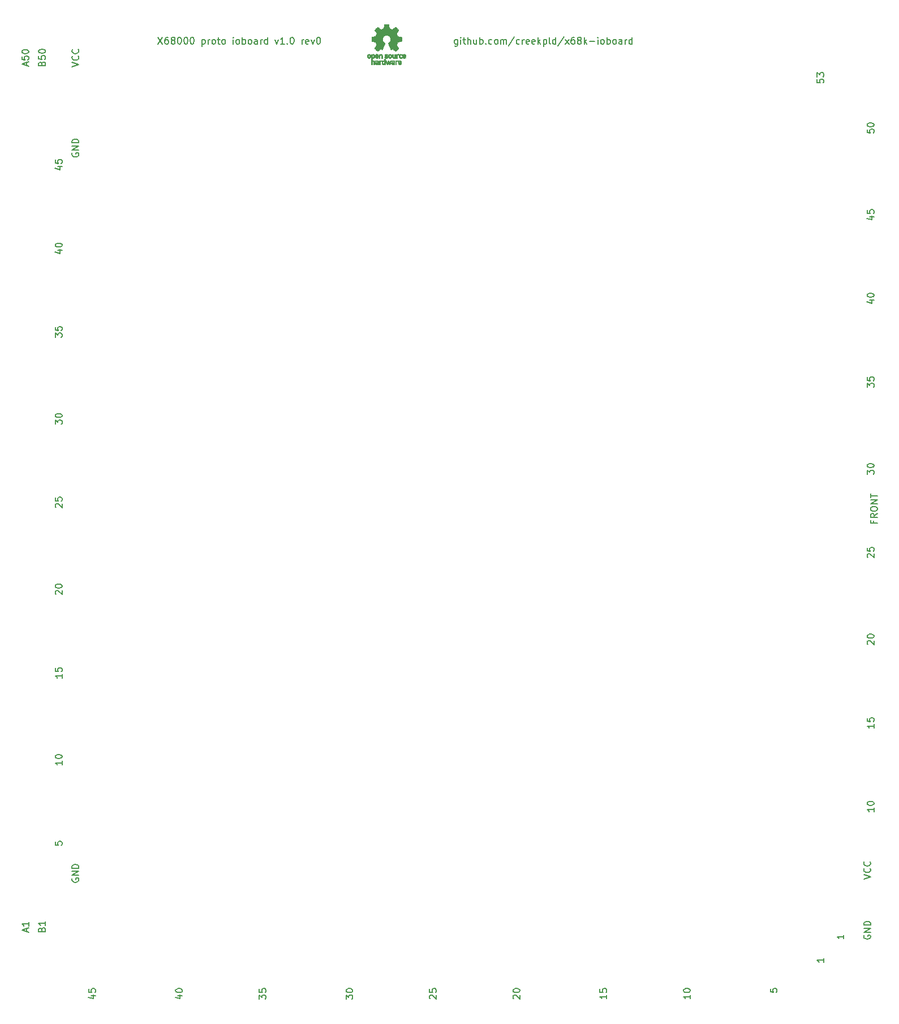
<source format=gbr>
%TF.GenerationSoftware,KiCad,Pcbnew,(5.1.6-0-10_14)*%
%TF.CreationDate,2020-07-02T17:02:21+02:00*%
%TF.ProjectId,x68k-ioboard,7836386b-2d69-46f6-926f-6172642e6b69,rev?*%
%TF.SameCoordinates,Original*%
%TF.FileFunction,Legend,Top*%
%TF.FilePolarity,Positive*%
%FSLAX46Y46*%
G04 Gerber Fmt 4.6, Leading zero omitted, Abs format (unit mm)*
G04 Created by KiCad (PCBNEW (5.1.6-0-10_14)) date 2020-07-02 17:02:21*
%MOMM*%
%LPD*%
G01*
G04 APERTURE LIST*
%ADD10C,0.150000*%
%ADD11C,0.010000*%
G04 APERTURE END LIST*
D10*
X155952380Y-41278095D02*
X155952380Y-41754285D01*
X156428571Y-41801904D01*
X156380952Y-41754285D01*
X156333333Y-41659047D01*
X156333333Y-41420952D01*
X156380952Y-41325714D01*
X156428571Y-41278095D01*
X156523809Y-41230476D01*
X156761904Y-41230476D01*
X156857142Y-41278095D01*
X156904761Y-41325714D01*
X156952380Y-41420952D01*
X156952380Y-41659047D01*
X156904761Y-41754285D01*
X156857142Y-41801904D01*
X155952380Y-40897142D02*
X155952380Y-40278095D01*
X156333333Y-40611428D01*
X156333333Y-40468571D01*
X156380952Y-40373333D01*
X156428571Y-40325714D01*
X156523809Y-40278095D01*
X156761904Y-40278095D01*
X156857142Y-40325714D01*
X156904761Y-40373333D01*
X156952380Y-40468571D01*
X156952380Y-40754285D01*
X156904761Y-40849523D01*
X156857142Y-40897142D01*
X163452380Y-48778095D02*
X163452380Y-49254285D01*
X163928571Y-49301904D01*
X163880952Y-49254285D01*
X163833333Y-49159047D01*
X163833333Y-48920952D01*
X163880952Y-48825714D01*
X163928571Y-48778095D01*
X164023809Y-48730476D01*
X164261904Y-48730476D01*
X164357142Y-48778095D01*
X164404761Y-48825714D01*
X164452380Y-48920952D01*
X164452380Y-49159047D01*
X164404761Y-49254285D01*
X164357142Y-49301904D01*
X163452380Y-48111428D02*
X163452380Y-48016190D01*
X163500000Y-47920952D01*
X163547619Y-47873333D01*
X163642857Y-47825714D01*
X163833333Y-47778095D01*
X164071428Y-47778095D01*
X164261904Y-47825714D01*
X164357142Y-47873333D01*
X164404761Y-47920952D01*
X164452380Y-48016190D01*
X164452380Y-48111428D01*
X164404761Y-48206666D01*
X164357142Y-48254285D01*
X164261904Y-48301904D01*
X164071428Y-48349523D01*
X163833333Y-48349523D01*
X163642857Y-48301904D01*
X163547619Y-48254285D01*
X163500000Y-48206666D01*
X163452380Y-48111428D01*
X163785714Y-61825714D02*
X164452380Y-61825714D01*
X163404761Y-62063809D02*
X164119047Y-62301904D01*
X164119047Y-61682857D01*
X163452380Y-60825714D02*
X163452380Y-61301904D01*
X163928571Y-61349523D01*
X163880952Y-61301904D01*
X163833333Y-61206666D01*
X163833333Y-60968571D01*
X163880952Y-60873333D01*
X163928571Y-60825714D01*
X164023809Y-60778095D01*
X164261904Y-60778095D01*
X164357142Y-60825714D01*
X164404761Y-60873333D01*
X164452380Y-60968571D01*
X164452380Y-61206666D01*
X164404761Y-61301904D01*
X164357142Y-61349523D01*
X163785714Y-74325714D02*
X164452380Y-74325714D01*
X163404761Y-74563809D02*
X164119047Y-74801904D01*
X164119047Y-74182857D01*
X163452380Y-73611428D02*
X163452380Y-73516190D01*
X163500000Y-73420952D01*
X163547619Y-73373333D01*
X163642857Y-73325714D01*
X163833333Y-73278095D01*
X164071428Y-73278095D01*
X164261904Y-73325714D01*
X164357142Y-73373333D01*
X164404761Y-73420952D01*
X164452380Y-73516190D01*
X164452380Y-73611428D01*
X164404761Y-73706666D01*
X164357142Y-73754285D01*
X164261904Y-73801904D01*
X164071428Y-73849523D01*
X163833333Y-73849523D01*
X163642857Y-73801904D01*
X163547619Y-73754285D01*
X163500000Y-73706666D01*
X163452380Y-73611428D01*
X163452380Y-87349523D02*
X163452380Y-86730476D01*
X163833333Y-87063809D01*
X163833333Y-86920952D01*
X163880952Y-86825714D01*
X163928571Y-86778095D01*
X164023809Y-86730476D01*
X164261904Y-86730476D01*
X164357142Y-86778095D01*
X164404761Y-86825714D01*
X164452380Y-86920952D01*
X164452380Y-87206666D01*
X164404761Y-87301904D01*
X164357142Y-87349523D01*
X163452380Y-85825714D02*
X163452380Y-86301904D01*
X163928571Y-86349523D01*
X163880952Y-86301904D01*
X163833333Y-86206666D01*
X163833333Y-85968571D01*
X163880952Y-85873333D01*
X163928571Y-85825714D01*
X164023809Y-85778095D01*
X164261904Y-85778095D01*
X164357142Y-85825714D01*
X164404761Y-85873333D01*
X164452380Y-85968571D01*
X164452380Y-86206666D01*
X164404761Y-86301904D01*
X164357142Y-86349523D01*
X163452380Y-100349523D02*
X163452380Y-99730476D01*
X163833333Y-100063809D01*
X163833333Y-99920952D01*
X163880952Y-99825714D01*
X163928571Y-99778095D01*
X164023809Y-99730476D01*
X164261904Y-99730476D01*
X164357142Y-99778095D01*
X164404761Y-99825714D01*
X164452380Y-99920952D01*
X164452380Y-100206666D01*
X164404761Y-100301904D01*
X164357142Y-100349523D01*
X163452380Y-99111428D02*
X163452380Y-99016190D01*
X163500000Y-98920952D01*
X163547619Y-98873333D01*
X163642857Y-98825714D01*
X163833333Y-98778095D01*
X164071428Y-98778095D01*
X164261904Y-98825714D01*
X164357142Y-98873333D01*
X164404761Y-98920952D01*
X164452380Y-99016190D01*
X164452380Y-99111428D01*
X164404761Y-99206666D01*
X164357142Y-99254285D01*
X164261904Y-99301904D01*
X164071428Y-99349523D01*
X163833333Y-99349523D01*
X163642857Y-99301904D01*
X163547619Y-99254285D01*
X163500000Y-99206666D01*
X163452380Y-99111428D01*
X163547619Y-112801904D02*
X163500000Y-112754285D01*
X163452380Y-112659047D01*
X163452380Y-112420952D01*
X163500000Y-112325714D01*
X163547619Y-112278095D01*
X163642857Y-112230476D01*
X163738095Y-112230476D01*
X163880952Y-112278095D01*
X164452380Y-112849523D01*
X164452380Y-112230476D01*
X163452380Y-111325714D02*
X163452380Y-111801904D01*
X163928571Y-111849523D01*
X163880952Y-111801904D01*
X163833333Y-111706666D01*
X163833333Y-111468571D01*
X163880952Y-111373333D01*
X163928571Y-111325714D01*
X164023809Y-111278095D01*
X164261904Y-111278095D01*
X164357142Y-111325714D01*
X164404761Y-111373333D01*
X164452380Y-111468571D01*
X164452380Y-111706666D01*
X164404761Y-111801904D01*
X164357142Y-111849523D01*
X163547619Y-125801904D02*
X163500000Y-125754285D01*
X163452380Y-125659047D01*
X163452380Y-125420952D01*
X163500000Y-125325714D01*
X163547619Y-125278095D01*
X163642857Y-125230476D01*
X163738095Y-125230476D01*
X163880952Y-125278095D01*
X164452380Y-125849523D01*
X164452380Y-125230476D01*
X163452380Y-124611428D02*
X163452380Y-124516190D01*
X163500000Y-124420952D01*
X163547619Y-124373333D01*
X163642857Y-124325714D01*
X163833333Y-124278095D01*
X164071428Y-124278095D01*
X164261904Y-124325714D01*
X164357142Y-124373333D01*
X164404761Y-124420952D01*
X164452380Y-124516190D01*
X164452380Y-124611428D01*
X164404761Y-124706666D01*
X164357142Y-124754285D01*
X164261904Y-124801904D01*
X164071428Y-124849523D01*
X163833333Y-124849523D01*
X163642857Y-124801904D01*
X163547619Y-124754285D01*
X163500000Y-124706666D01*
X163452380Y-124611428D01*
X164452380Y-137730476D02*
X164452380Y-138301904D01*
X164452380Y-138016190D02*
X163452380Y-138016190D01*
X163595238Y-138111428D01*
X163690476Y-138206666D01*
X163738095Y-138301904D01*
X163452380Y-136825714D02*
X163452380Y-137301904D01*
X163928571Y-137349523D01*
X163880952Y-137301904D01*
X163833333Y-137206666D01*
X163833333Y-136968571D01*
X163880952Y-136873333D01*
X163928571Y-136825714D01*
X164023809Y-136778095D01*
X164261904Y-136778095D01*
X164357142Y-136825714D01*
X164404761Y-136873333D01*
X164452380Y-136968571D01*
X164452380Y-137206666D01*
X164404761Y-137301904D01*
X164357142Y-137349523D01*
X164452380Y-150230476D02*
X164452380Y-150801904D01*
X164452380Y-150516190D02*
X163452380Y-150516190D01*
X163595238Y-150611428D01*
X163690476Y-150706666D01*
X163738095Y-150801904D01*
X163452380Y-149611428D02*
X163452380Y-149516190D01*
X163500000Y-149420952D01*
X163547619Y-149373333D01*
X163642857Y-149325714D01*
X163833333Y-149278095D01*
X164071428Y-149278095D01*
X164261904Y-149325714D01*
X164357142Y-149373333D01*
X164404761Y-149420952D01*
X164452380Y-149516190D01*
X164452380Y-149611428D01*
X164404761Y-149706666D01*
X164357142Y-149754285D01*
X164261904Y-149801904D01*
X164071428Y-149849523D01*
X163833333Y-149849523D01*
X163642857Y-149801904D01*
X163547619Y-149754285D01*
X163500000Y-149706666D01*
X163452380Y-149611428D01*
X156952380Y-172754285D02*
X156952380Y-173325714D01*
X156952380Y-173040000D02*
X155952380Y-173040000D01*
X156095238Y-173135238D01*
X156190476Y-173230476D01*
X156238095Y-173325714D01*
X47285714Y-178325714D02*
X47952380Y-178325714D01*
X46904761Y-178563809D02*
X47619047Y-178801904D01*
X47619047Y-178182857D01*
X46952380Y-177325714D02*
X46952380Y-177801904D01*
X47428571Y-177849523D01*
X47380952Y-177801904D01*
X47333333Y-177706666D01*
X47333333Y-177468571D01*
X47380952Y-177373333D01*
X47428571Y-177325714D01*
X47523809Y-177278095D01*
X47761904Y-177278095D01*
X47857142Y-177325714D01*
X47904761Y-177373333D01*
X47952380Y-177468571D01*
X47952380Y-177706666D01*
X47904761Y-177801904D01*
X47857142Y-177849523D01*
X60285714Y-178325714D02*
X60952380Y-178325714D01*
X59904761Y-178563809D02*
X60619047Y-178801904D01*
X60619047Y-178182857D01*
X59952380Y-177611428D02*
X59952380Y-177516190D01*
X60000000Y-177420952D01*
X60047619Y-177373333D01*
X60142857Y-177325714D01*
X60333333Y-177278095D01*
X60571428Y-177278095D01*
X60761904Y-177325714D01*
X60857142Y-177373333D01*
X60904761Y-177420952D01*
X60952380Y-177516190D01*
X60952380Y-177611428D01*
X60904761Y-177706666D01*
X60857142Y-177754285D01*
X60761904Y-177801904D01*
X60571428Y-177849523D01*
X60333333Y-177849523D01*
X60142857Y-177801904D01*
X60047619Y-177754285D01*
X60000000Y-177706666D01*
X59952380Y-177611428D01*
X72452380Y-178849523D02*
X72452380Y-178230476D01*
X72833333Y-178563809D01*
X72833333Y-178420952D01*
X72880952Y-178325714D01*
X72928571Y-178278095D01*
X73023809Y-178230476D01*
X73261904Y-178230476D01*
X73357142Y-178278095D01*
X73404761Y-178325714D01*
X73452380Y-178420952D01*
X73452380Y-178706666D01*
X73404761Y-178801904D01*
X73357142Y-178849523D01*
X72452380Y-177325714D02*
X72452380Y-177801904D01*
X72928571Y-177849523D01*
X72880952Y-177801904D01*
X72833333Y-177706666D01*
X72833333Y-177468571D01*
X72880952Y-177373333D01*
X72928571Y-177325714D01*
X73023809Y-177278095D01*
X73261904Y-177278095D01*
X73357142Y-177325714D01*
X73404761Y-177373333D01*
X73452380Y-177468571D01*
X73452380Y-177706666D01*
X73404761Y-177801904D01*
X73357142Y-177849523D01*
X85452380Y-178849523D02*
X85452380Y-178230476D01*
X85833333Y-178563809D01*
X85833333Y-178420952D01*
X85880952Y-178325714D01*
X85928571Y-178278095D01*
X86023809Y-178230476D01*
X86261904Y-178230476D01*
X86357142Y-178278095D01*
X86404761Y-178325714D01*
X86452380Y-178420952D01*
X86452380Y-178706666D01*
X86404761Y-178801904D01*
X86357142Y-178849523D01*
X85452380Y-177611428D02*
X85452380Y-177516190D01*
X85500000Y-177420952D01*
X85547619Y-177373333D01*
X85642857Y-177325714D01*
X85833333Y-177278095D01*
X86071428Y-177278095D01*
X86261904Y-177325714D01*
X86357142Y-177373333D01*
X86404761Y-177420952D01*
X86452380Y-177516190D01*
X86452380Y-177611428D01*
X86404761Y-177706666D01*
X86357142Y-177754285D01*
X86261904Y-177801904D01*
X86071428Y-177849523D01*
X85833333Y-177849523D01*
X85642857Y-177801904D01*
X85547619Y-177754285D01*
X85500000Y-177706666D01*
X85452380Y-177611428D01*
X98047619Y-178801904D02*
X98000000Y-178754285D01*
X97952380Y-178659047D01*
X97952380Y-178420952D01*
X98000000Y-178325714D01*
X98047619Y-178278095D01*
X98142857Y-178230476D01*
X98238095Y-178230476D01*
X98380952Y-178278095D01*
X98952380Y-178849523D01*
X98952380Y-178230476D01*
X97952380Y-177325714D02*
X97952380Y-177801904D01*
X98428571Y-177849523D01*
X98380952Y-177801904D01*
X98333333Y-177706666D01*
X98333333Y-177468571D01*
X98380952Y-177373333D01*
X98428571Y-177325714D01*
X98523809Y-177278095D01*
X98761904Y-177278095D01*
X98857142Y-177325714D01*
X98904761Y-177373333D01*
X98952380Y-177468571D01*
X98952380Y-177706666D01*
X98904761Y-177801904D01*
X98857142Y-177849523D01*
X110547619Y-178801904D02*
X110500000Y-178754285D01*
X110452380Y-178659047D01*
X110452380Y-178420952D01*
X110500000Y-178325714D01*
X110547619Y-178278095D01*
X110642857Y-178230476D01*
X110738095Y-178230476D01*
X110880952Y-178278095D01*
X111452380Y-178849523D01*
X111452380Y-178230476D01*
X110452380Y-177611428D02*
X110452380Y-177516190D01*
X110500000Y-177420952D01*
X110547619Y-177373333D01*
X110642857Y-177325714D01*
X110833333Y-177278095D01*
X111071428Y-177278095D01*
X111261904Y-177325714D01*
X111357142Y-177373333D01*
X111404761Y-177420952D01*
X111452380Y-177516190D01*
X111452380Y-177611428D01*
X111404761Y-177706666D01*
X111357142Y-177754285D01*
X111261904Y-177801904D01*
X111071428Y-177849523D01*
X110833333Y-177849523D01*
X110642857Y-177801904D01*
X110547619Y-177754285D01*
X110500000Y-177706666D01*
X110452380Y-177611428D01*
X124452380Y-178230476D02*
X124452380Y-178801904D01*
X124452380Y-178516190D02*
X123452380Y-178516190D01*
X123595238Y-178611428D01*
X123690476Y-178706666D01*
X123738095Y-178801904D01*
X123452380Y-177325714D02*
X123452380Y-177801904D01*
X123928571Y-177849523D01*
X123880952Y-177801904D01*
X123833333Y-177706666D01*
X123833333Y-177468571D01*
X123880952Y-177373333D01*
X123928571Y-177325714D01*
X124023809Y-177278095D01*
X124261904Y-177278095D01*
X124357142Y-177325714D01*
X124404761Y-177373333D01*
X124452380Y-177468571D01*
X124452380Y-177706666D01*
X124404761Y-177801904D01*
X124357142Y-177849523D01*
X136952380Y-178230476D02*
X136952380Y-178801904D01*
X136952380Y-178516190D02*
X135952380Y-178516190D01*
X136095238Y-178611428D01*
X136190476Y-178706666D01*
X136238095Y-178801904D01*
X135952380Y-177611428D02*
X135952380Y-177516190D01*
X136000000Y-177420952D01*
X136047619Y-177373333D01*
X136142857Y-177325714D01*
X136333333Y-177278095D01*
X136571428Y-177278095D01*
X136761904Y-177325714D01*
X136857142Y-177373333D01*
X136904761Y-177420952D01*
X136952380Y-177516190D01*
X136952380Y-177611428D01*
X136904761Y-177706666D01*
X136857142Y-177754285D01*
X136761904Y-177801904D01*
X136571428Y-177849523D01*
X136333333Y-177849523D01*
X136142857Y-177801904D01*
X136047619Y-177754285D01*
X136000000Y-177706666D01*
X135952380Y-177611428D01*
X148952380Y-177301904D02*
X148952380Y-177778095D01*
X149428571Y-177825714D01*
X149380952Y-177778095D01*
X149333333Y-177682857D01*
X149333333Y-177444761D01*
X149380952Y-177349523D01*
X149428571Y-177301904D01*
X149523809Y-177254285D01*
X149761904Y-177254285D01*
X149857142Y-177301904D01*
X149904761Y-177349523D01*
X149952380Y-177444761D01*
X149952380Y-177682857D01*
X149904761Y-177778095D01*
X149857142Y-177825714D01*
X159952380Y-169254285D02*
X159952380Y-169825714D01*
X159952380Y-169540000D02*
X158952380Y-169540000D01*
X159095238Y-169635238D01*
X159190476Y-169730476D01*
X159238095Y-169825714D01*
X44500000Y-52301904D02*
X44452380Y-52397142D01*
X44452380Y-52540000D01*
X44500000Y-52682857D01*
X44595238Y-52778095D01*
X44690476Y-52825714D01*
X44880952Y-52873333D01*
X45023809Y-52873333D01*
X45214285Y-52825714D01*
X45309523Y-52778095D01*
X45404761Y-52682857D01*
X45452380Y-52540000D01*
X45452380Y-52444761D01*
X45404761Y-52301904D01*
X45357142Y-52254285D01*
X45023809Y-52254285D01*
X45023809Y-52444761D01*
X45452380Y-51825714D02*
X44452380Y-51825714D01*
X45452380Y-51254285D01*
X44452380Y-51254285D01*
X45452380Y-50778095D02*
X44452380Y-50778095D01*
X44452380Y-50540000D01*
X44500000Y-50397142D01*
X44595238Y-50301904D01*
X44690476Y-50254285D01*
X44880952Y-50206666D01*
X45023809Y-50206666D01*
X45214285Y-50254285D01*
X45309523Y-50301904D01*
X45404761Y-50397142D01*
X45452380Y-50540000D01*
X45452380Y-50778095D01*
X163000000Y-169301904D02*
X162952380Y-169397142D01*
X162952380Y-169540000D01*
X163000000Y-169682857D01*
X163095238Y-169778095D01*
X163190476Y-169825714D01*
X163380952Y-169873333D01*
X163523809Y-169873333D01*
X163714285Y-169825714D01*
X163809523Y-169778095D01*
X163904761Y-169682857D01*
X163952380Y-169540000D01*
X163952380Y-169444761D01*
X163904761Y-169301904D01*
X163857142Y-169254285D01*
X163523809Y-169254285D01*
X163523809Y-169444761D01*
X163952380Y-168825714D02*
X162952380Y-168825714D01*
X163952380Y-168254285D01*
X162952380Y-168254285D01*
X163952380Y-167778095D02*
X162952380Y-167778095D01*
X162952380Y-167540000D01*
X163000000Y-167397142D01*
X163095238Y-167301904D01*
X163190476Y-167254285D01*
X163380952Y-167206666D01*
X163523809Y-167206666D01*
X163714285Y-167254285D01*
X163809523Y-167301904D01*
X163904761Y-167397142D01*
X163952380Y-167540000D01*
X163952380Y-167778095D01*
X162952380Y-160873333D02*
X163952380Y-160540000D01*
X162952380Y-160206666D01*
X163857142Y-159301904D02*
X163904761Y-159349523D01*
X163952380Y-159492380D01*
X163952380Y-159587619D01*
X163904761Y-159730476D01*
X163809523Y-159825714D01*
X163714285Y-159873333D01*
X163523809Y-159920952D01*
X163380952Y-159920952D01*
X163190476Y-159873333D01*
X163095238Y-159825714D01*
X163000000Y-159730476D01*
X162952380Y-159587619D01*
X162952380Y-159492380D01*
X163000000Y-159349523D01*
X163047619Y-159301904D01*
X163857142Y-158301904D02*
X163904761Y-158349523D01*
X163952380Y-158492380D01*
X163952380Y-158587619D01*
X163904761Y-158730476D01*
X163809523Y-158825714D01*
X163714285Y-158873333D01*
X163523809Y-158920952D01*
X163380952Y-158920952D01*
X163190476Y-158873333D01*
X163095238Y-158825714D01*
X163000000Y-158730476D01*
X162952380Y-158587619D01*
X162952380Y-158492380D01*
X163000000Y-158349523D01*
X163047619Y-158301904D01*
X44452380Y-39373333D02*
X45452380Y-39040000D01*
X44452380Y-38706666D01*
X45357142Y-37801904D02*
X45404761Y-37849523D01*
X45452380Y-37992380D01*
X45452380Y-38087619D01*
X45404761Y-38230476D01*
X45309523Y-38325714D01*
X45214285Y-38373333D01*
X45023809Y-38420952D01*
X44880952Y-38420952D01*
X44690476Y-38373333D01*
X44595238Y-38325714D01*
X44500000Y-38230476D01*
X44452380Y-38087619D01*
X44452380Y-37992380D01*
X44500000Y-37849523D01*
X44547619Y-37801904D01*
X45357142Y-36801904D02*
X45404761Y-36849523D01*
X45452380Y-36992380D01*
X45452380Y-37087619D01*
X45404761Y-37230476D01*
X45309523Y-37325714D01*
X45214285Y-37373333D01*
X45023809Y-37420952D01*
X44880952Y-37420952D01*
X44690476Y-37373333D01*
X44595238Y-37325714D01*
X44500000Y-37230476D01*
X44452380Y-37087619D01*
X44452380Y-36992380D01*
X44500000Y-36849523D01*
X44547619Y-36801904D01*
X44500000Y-160801904D02*
X44452380Y-160897142D01*
X44452380Y-161040000D01*
X44500000Y-161182857D01*
X44595238Y-161278095D01*
X44690476Y-161325714D01*
X44880952Y-161373333D01*
X45023809Y-161373333D01*
X45214285Y-161325714D01*
X45309523Y-161278095D01*
X45404761Y-161182857D01*
X45452380Y-161040000D01*
X45452380Y-160944761D01*
X45404761Y-160801904D01*
X45357142Y-160754285D01*
X45023809Y-160754285D01*
X45023809Y-160944761D01*
X45452380Y-160325714D02*
X44452380Y-160325714D01*
X45452380Y-159754285D01*
X44452380Y-159754285D01*
X45452380Y-159278095D02*
X44452380Y-159278095D01*
X44452380Y-159040000D01*
X44500000Y-158897142D01*
X44595238Y-158801904D01*
X44690476Y-158754285D01*
X44880952Y-158706666D01*
X45023809Y-158706666D01*
X45214285Y-158754285D01*
X45309523Y-158801904D01*
X45404761Y-158897142D01*
X45452380Y-159040000D01*
X45452380Y-159278095D01*
X42285714Y-54325714D02*
X42952380Y-54325714D01*
X41904761Y-54563809D02*
X42619047Y-54801904D01*
X42619047Y-54182857D01*
X41952380Y-53325714D02*
X41952380Y-53801904D01*
X42428571Y-53849523D01*
X42380952Y-53801904D01*
X42333333Y-53706666D01*
X42333333Y-53468571D01*
X42380952Y-53373333D01*
X42428571Y-53325714D01*
X42523809Y-53278095D01*
X42761904Y-53278095D01*
X42857142Y-53325714D01*
X42904761Y-53373333D01*
X42952380Y-53468571D01*
X42952380Y-53706666D01*
X42904761Y-53801904D01*
X42857142Y-53849523D01*
X42285714Y-66825714D02*
X42952380Y-66825714D01*
X41904761Y-67063809D02*
X42619047Y-67301904D01*
X42619047Y-66682857D01*
X41952380Y-66111428D02*
X41952380Y-66016190D01*
X42000000Y-65920952D01*
X42047619Y-65873333D01*
X42142857Y-65825714D01*
X42333333Y-65778095D01*
X42571428Y-65778095D01*
X42761904Y-65825714D01*
X42857142Y-65873333D01*
X42904761Y-65920952D01*
X42952380Y-66016190D01*
X42952380Y-66111428D01*
X42904761Y-66206666D01*
X42857142Y-66254285D01*
X42761904Y-66301904D01*
X42571428Y-66349523D01*
X42333333Y-66349523D01*
X42142857Y-66301904D01*
X42047619Y-66254285D01*
X42000000Y-66206666D01*
X41952380Y-66111428D01*
X41952380Y-79849523D02*
X41952380Y-79230476D01*
X42333333Y-79563809D01*
X42333333Y-79420952D01*
X42380952Y-79325714D01*
X42428571Y-79278095D01*
X42523809Y-79230476D01*
X42761904Y-79230476D01*
X42857142Y-79278095D01*
X42904761Y-79325714D01*
X42952380Y-79420952D01*
X42952380Y-79706666D01*
X42904761Y-79801904D01*
X42857142Y-79849523D01*
X41952380Y-78325714D02*
X41952380Y-78801904D01*
X42428571Y-78849523D01*
X42380952Y-78801904D01*
X42333333Y-78706666D01*
X42333333Y-78468571D01*
X42380952Y-78373333D01*
X42428571Y-78325714D01*
X42523809Y-78278095D01*
X42761904Y-78278095D01*
X42857142Y-78325714D01*
X42904761Y-78373333D01*
X42952380Y-78468571D01*
X42952380Y-78706666D01*
X42904761Y-78801904D01*
X42857142Y-78849523D01*
X41952380Y-92849523D02*
X41952380Y-92230476D01*
X42333333Y-92563809D01*
X42333333Y-92420952D01*
X42380952Y-92325714D01*
X42428571Y-92278095D01*
X42523809Y-92230476D01*
X42761904Y-92230476D01*
X42857142Y-92278095D01*
X42904761Y-92325714D01*
X42952380Y-92420952D01*
X42952380Y-92706666D01*
X42904761Y-92801904D01*
X42857142Y-92849523D01*
X41952380Y-91611428D02*
X41952380Y-91516190D01*
X42000000Y-91420952D01*
X42047619Y-91373333D01*
X42142857Y-91325714D01*
X42333333Y-91278095D01*
X42571428Y-91278095D01*
X42761904Y-91325714D01*
X42857142Y-91373333D01*
X42904761Y-91420952D01*
X42952380Y-91516190D01*
X42952380Y-91611428D01*
X42904761Y-91706666D01*
X42857142Y-91754285D01*
X42761904Y-91801904D01*
X42571428Y-91849523D01*
X42333333Y-91849523D01*
X42142857Y-91801904D01*
X42047619Y-91754285D01*
X42000000Y-91706666D01*
X41952380Y-91611428D01*
X42047619Y-105301904D02*
X42000000Y-105254285D01*
X41952380Y-105159047D01*
X41952380Y-104920952D01*
X42000000Y-104825714D01*
X42047619Y-104778095D01*
X42142857Y-104730476D01*
X42238095Y-104730476D01*
X42380952Y-104778095D01*
X42952380Y-105349523D01*
X42952380Y-104730476D01*
X41952380Y-103825714D02*
X41952380Y-104301904D01*
X42428571Y-104349523D01*
X42380952Y-104301904D01*
X42333333Y-104206666D01*
X42333333Y-103968571D01*
X42380952Y-103873333D01*
X42428571Y-103825714D01*
X42523809Y-103778095D01*
X42761904Y-103778095D01*
X42857142Y-103825714D01*
X42904761Y-103873333D01*
X42952380Y-103968571D01*
X42952380Y-104206666D01*
X42904761Y-104301904D01*
X42857142Y-104349523D01*
X42047619Y-118301904D02*
X42000000Y-118254285D01*
X41952380Y-118159047D01*
X41952380Y-117920952D01*
X42000000Y-117825714D01*
X42047619Y-117778095D01*
X42142857Y-117730476D01*
X42238095Y-117730476D01*
X42380952Y-117778095D01*
X42952380Y-118349523D01*
X42952380Y-117730476D01*
X41952380Y-117111428D02*
X41952380Y-117016190D01*
X42000000Y-116920952D01*
X42047619Y-116873333D01*
X42142857Y-116825714D01*
X42333333Y-116778095D01*
X42571428Y-116778095D01*
X42761904Y-116825714D01*
X42857142Y-116873333D01*
X42904761Y-116920952D01*
X42952380Y-117016190D01*
X42952380Y-117111428D01*
X42904761Y-117206666D01*
X42857142Y-117254285D01*
X42761904Y-117301904D01*
X42571428Y-117349523D01*
X42333333Y-117349523D01*
X42142857Y-117301904D01*
X42047619Y-117254285D01*
X42000000Y-117206666D01*
X41952380Y-117111428D01*
X42952380Y-130230476D02*
X42952380Y-130801904D01*
X42952380Y-130516190D02*
X41952380Y-130516190D01*
X42095238Y-130611428D01*
X42190476Y-130706666D01*
X42238095Y-130801904D01*
X41952380Y-129325714D02*
X41952380Y-129801904D01*
X42428571Y-129849523D01*
X42380952Y-129801904D01*
X42333333Y-129706666D01*
X42333333Y-129468571D01*
X42380952Y-129373333D01*
X42428571Y-129325714D01*
X42523809Y-129278095D01*
X42761904Y-129278095D01*
X42857142Y-129325714D01*
X42904761Y-129373333D01*
X42952380Y-129468571D01*
X42952380Y-129706666D01*
X42904761Y-129801904D01*
X42857142Y-129849523D01*
X42952380Y-143230476D02*
X42952380Y-143801904D01*
X42952380Y-143516190D02*
X41952380Y-143516190D01*
X42095238Y-143611428D01*
X42190476Y-143706666D01*
X42238095Y-143801904D01*
X41952380Y-142611428D02*
X41952380Y-142516190D01*
X42000000Y-142420952D01*
X42047619Y-142373333D01*
X42142857Y-142325714D01*
X42333333Y-142278095D01*
X42571428Y-142278095D01*
X42761904Y-142325714D01*
X42857142Y-142373333D01*
X42904761Y-142420952D01*
X42952380Y-142516190D01*
X42952380Y-142611428D01*
X42904761Y-142706666D01*
X42857142Y-142754285D01*
X42761904Y-142801904D01*
X42571428Y-142849523D01*
X42333333Y-142849523D01*
X42142857Y-142801904D01*
X42047619Y-142754285D01*
X42000000Y-142706666D01*
X41952380Y-142611428D01*
X41952380Y-155301904D02*
X41952380Y-155778095D01*
X42428571Y-155825714D01*
X42380952Y-155778095D01*
X42333333Y-155682857D01*
X42333333Y-155444761D01*
X42380952Y-155349523D01*
X42428571Y-155301904D01*
X42523809Y-155254285D01*
X42761904Y-155254285D01*
X42857142Y-155301904D01*
X42904761Y-155349523D01*
X42952380Y-155444761D01*
X42952380Y-155682857D01*
X42904761Y-155778095D01*
X42857142Y-155825714D01*
X39928571Y-38920952D02*
X39976190Y-38778095D01*
X40023809Y-38730476D01*
X40119047Y-38682857D01*
X40261904Y-38682857D01*
X40357142Y-38730476D01*
X40404761Y-38778095D01*
X40452380Y-38873333D01*
X40452380Y-39254285D01*
X39452380Y-39254285D01*
X39452380Y-38920952D01*
X39500000Y-38825714D01*
X39547619Y-38778095D01*
X39642857Y-38730476D01*
X39738095Y-38730476D01*
X39833333Y-38778095D01*
X39880952Y-38825714D01*
X39928571Y-38920952D01*
X39928571Y-39254285D01*
X39452380Y-37778095D02*
X39452380Y-38254285D01*
X39928571Y-38301904D01*
X39880952Y-38254285D01*
X39833333Y-38159047D01*
X39833333Y-37920952D01*
X39880952Y-37825714D01*
X39928571Y-37778095D01*
X40023809Y-37730476D01*
X40261904Y-37730476D01*
X40357142Y-37778095D01*
X40404761Y-37825714D01*
X40452380Y-37920952D01*
X40452380Y-38159047D01*
X40404761Y-38254285D01*
X40357142Y-38301904D01*
X39452380Y-37111428D02*
X39452380Y-37016190D01*
X39500000Y-36920952D01*
X39547619Y-36873333D01*
X39642857Y-36825714D01*
X39833333Y-36778095D01*
X40071428Y-36778095D01*
X40261904Y-36825714D01*
X40357142Y-36873333D01*
X40404761Y-36920952D01*
X40452380Y-37016190D01*
X40452380Y-37111428D01*
X40404761Y-37206666D01*
X40357142Y-37254285D01*
X40261904Y-37301904D01*
X40071428Y-37349523D01*
X39833333Y-37349523D01*
X39642857Y-37301904D01*
X39547619Y-37254285D01*
X39500000Y-37206666D01*
X39452380Y-37111428D01*
X37666666Y-39230476D02*
X37666666Y-38754285D01*
X37952380Y-39325714D02*
X36952380Y-38992380D01*
X37952380Y-38659047D01*
X36952380Y-37849523D02*
X36952380Y-38325714D01*
X37428571Y-38373333D01*
X37380952Y-38325714D01*
X37333333Y-38230476D01*
X37333333Y-37992380D01*
X37380952Y-37897142D01*
X37428571Y-37849523D01*
X37523809Y-37801904D01*
X37761904Y-37801904D01*
X37857142Y-37849523D01*
X37904761Y-37897142D01*
X37952380Y-37992380D01*
X37952380Y-38230476D01*
X37904761Y-38325714D01*
X37857142Y-38373333D01*
X36952380Y-37182857D02*
X36952380Y-37087619D01*
X37000000Y-36992380D01*
X37047619Y-36944761D01*
X37142857Y-36897142D01*
X37333333Y-36849523D01*
X37571428Y-36849523D01*
X37761904Y-36897142D01*
X37857142Y-36944761D01*
X37904761Y-36992380D01*
X37952380Y-37087619D01*
X37952380Y-37182857D01*
X37904761Y-37278095D01*
X37857142Y-37325714D01*
X37761904Y-37373333D01*
X37571428Y-37420952D01*
X37333333Y-37420952D01*
X37142857Y-37373333D01*
X37047619Y-37325714D01*
X37000000Y-37278095D01*
X36952380Y-37182857D01*
X39928571Y-168444761D02*
X39976190Y-168301904D01*
X40023809Y-168254285D01*
X40119047Y-168206666D01*
X40261904Y-168206666D01*
X40357142Y-168254285D01*
X40404761Y-168301904D01*
X40452380Y-168397142D01*
X40452380Y-168778095D01*
X39452380Y-168778095D01*
X39452380Y-168444761D01*
X39500000Y-168349523D01*
X39547619Y-168301904D01*
X39642857Y-168254285D01*
X39738095Y-168254285D01*
X39833333Y-168301904D01*
X39880952Y-168349523D01*
X39928571Y-168444761D01*
X39928571Y-168778095D01*
X40452380Y-167254285D02*
X40452380Y-167825714D01*
X40452380Y-167540000D02*
X39452380Y-167540000D01*
X39595238Y-167635238D01*
X39690476Y-167730476D01*
X39738095Y-167825714D01*
X37666666Y-168754285D02*
X37666666Y-168278095D01*
X37952380Y-168849523D02*
X36952380Y-168516190D01*
X37952380Y-168182857D01*
X37952380Y-167325714D02*
X37952380Y-167897142D01*
X37952380Y-167611428D02*
X36952380Y-167611428D01*
X37095238Y-167706666D01*
X37190476Y-167801904D01*
X37238095Y-167897142D01*
X164428571Y-107325714D02*
X164428571Y-107659047D01*
X164952380Y-107659047D02*
X163952380Y-107659047D01*
X163952380Y-107182857D01*
X164952380Y-106230476D02*
X164476190Y-106563809D01*
X164952380Y-106801904D02*
X163952380Y-106801904D01*
X163952380Y-106420952D01*
X164000000Y-106325714D01*
X164047619Y-106278095D01*
X164142857Y-106230476D01*
X164285714Y-106230476D01*
X164380952Y-106278095D01*
X164428571Y-106325714D01*
X164476190Y-106420952D01*
X164476190Y-106801904D01*
X163952380Y-105611428D02*
X163952380Y-105420952D01*
X164000000Y-105325714D01*
X164095238Y-105230476D01*
X164285714Y-105182857D01*
X164619047Y-105182857D01*
X164809523Y-105230476D01*
X164904761Y-105325714D01*
X164952380Y-105420952D01*
X164952380Y-105611428D01*
X164904761Y-105706666D01*
X164809523Y-105801904D01*
X164619047Y-105849523D01*
X164285714Y-105849523D01*
X164095238Y-105801904D01*
X164000000Y-105706666D01*
X163952380Y-105611428D01*
X164952380Y-104754285D02*
X163952380Y-104754285D01*
X164952380Y-104182857D01*
X163952380Y-104182857D01*
X163952380Y-103849523D02*
X163952380Y-103278095D01*
X164952380Y-103563809D02*
X163952380Y-103563809D01*
X102142857Y-35325714D02*
X102142857Y-36135238D01*
X102095238Y-36230476D01*
X102047619Y-36278095D01*
X101952380Y-36325714D01*
X101809523Y-36325714D01*
X101714285Y-36278095D01*
X102142857Y-35944761D02*
X102047619Y-35992380D01*
X101857142Y-35992380D01*
X101761904Y-35944761D01*
X101714285Y-35897142D01*
X101666666Y-35801904D01*
X101666666Y-35516190D01*
X101714285Y-35420952D01*
X101761904Y-35373333D01*
X101857142Y-35325714D01*
X102047619Y-35325714D01*
X102142857Y-35373333D01*
X102619047Y-35992380D02*
X102619047Y-35325714D01*
X102619047Y-34992380D02*
X102571428Y-35040000D01*
X102619047Y-35087619D01*
X102666666Y-35040000D01*
X102619047Y-34992380D01*
X102619047Y-35087619D01*
X102952380Y-35325714D02*
X103333333Y-35325714D01*
X103095238Y-34992380D02*
X103095238Y-35849523D01*
X103142857Y-35944761D01*
X103238095Y-35992380D01*
X103333333Y-35992380D01*
X103666666Y-35992380D02*
X103666666Y-34992380D01*
X104095238Y-35992380D02*
X104095238Y-35468571D01*
X104047619Y-35373333D01*
X103952380Y-35325714D01*
X103809523Y-35325714D01*
X103714285Y-35373333D01*
X103666666Y-35420952D01*
X105000000Y-35325714D02*
X105000000Y-35992380D01*
X104571428Y-35325714D02*
X104571428Y-35849523D01*
X104619047Y-35944761D01*
X104714285Y-35992380D01*
X104857142Y-35992380D01*
X104952380Y-35944761D01*
X105000000Y-35897142D01*
X105476190Y-35992380D02*
X105476190Y-34992380D01*
X105476190Y-35373333D02*
X105571428Y-35325714D01*
X105761904Y-35325714D01*
X105857142Y-35373333D01*
X105904761Y-35420952D01*
X105952380Y-35516190D01*
X105952380Y-35801904D01*
X105904761Y-35897142D01*
X105857142Y-35944761D01*
X105761904Y-35992380D01*
X105571428Y-35992380D01*
X105476190Y-35944761D01*
X106380952Y-35897142D02*
X106428571Y-35944761D01*
X106380952Y-35992380D01*
X106333333Y-35944761D01*
X106380952Y-35897142D01*
X106380952Y-35992380D01*
X107285714Y-35944761D02*
X107190476Y-35992380D01*
X107000000Y-35992380D01*
X106904761Y-35944761D01*
X106857142Y-35897142D01*
X106809523Y-35801904D01*
X106809523Y-35516190D01*
X106857142Y-35420952D01*
X106904761Y-35373333D01*
X107000000Y-35325714D01*
X107190476Y-35325714D01*
X107285714Y-35373333D01*
X107857142Y-35992380D02*
X107761904Y-35944761D01*
X107714285Y-35897142D01*
X107666666Y-35801904D01*
X107666666Y-35516190D01*
X107714285Y-35420952D01*
X107761904Y-35373333D01*
X107857142Y-35325714D01*
X108000000Y-35325714D01*
X108095238Y-35373333D01*
X108142857Y-35420952D01*
X108190476Y-35516190D01*
X108190476Y-35801904D01*
X108142857Y-35897142D01*
X108095238Y-35944761D01*
X108000000Y-35992380D01*
X107857142Y-35992380D01*
X108619047Y-35992380D02*
X108619047Y-35325714D01*
X108619047Y-35420952D02*
X108666666Y-35373333D01*
X108761904Y-35325714D01*
X108904761Y-35325714D01*
X109000000Y-35373333D01*
X109047619Y-35468571D01*
X109047619Y-35992380D01*
X109047619Y-35468571D02*
X109095238Y-35373333D01*
X109190476Y-35325714D01*
X109333333Y-35325714D01*
X109428571Y-35373333D01*
X109476190Y-35468571D01*
X109476190Y-35992380D01*
X110666666Y-34944761D02*
X109809523Y-36230476D01*
X111428571Y-35944761D02*
X111333333Y-35992380D01*
X111142857Y-35992380D01*
X111047619Y-35944761D01*
X111000000Y-35897142D01*
X110952380Y-35801904D01*
X110952380Y-35516190D01*
X111000000Y-35420952D01*
X111047619Y-35373333D01*
X111142857Y-35325714D01*
X111333333Y-35325714D01*
X111428571Y-35373333D01*
X111857142Y-35992380D02*
X111857142Y-35325714D01*
X111857142Y-35516190D02*
X111904761Y-35420952D01*
X111952380Y-35373333D01*
X112047619Y-35325714D01*
X112142857Y-35325714D01*
X112857142Y-35944761D02*
X112761904Y-35992380D01*
X112571428Y-35992380D01*
X112476190Y-35944761D01*
X112428571Y-35849523D01*
X112428571Y-35468571D01*
X112476190Y-35373333D01*
X112571428Y-35325714D01*
X112761904Y-35325714D01*
X112857142Y-35373333D01*
X112904761Y-35468571D01*
X112904761Y-35563809D01*
X112428571Y-35659047D01*
X113714285Y-35944761D02*
X113619047Y-35992380D01*
X113428571Y-35992380D01*
X113333333Y-35944761D01*
X113285714Y-35849523D01*
X113285714Y-35468571D01*
X113333333Y-35373333D01*
X113428571Y-35325714D01*
X113619047Y-35325714D01*
X113714285Y-35373333D01*
X113761904Y-35468571D01*
X113761904Y-35563809D01*
X113285714Y-35659047D01*
X114190476Y-35992380D02*
X114190476Y-34992380D01*
X114285714Y-35611428D02*
X114571428Y-35992380D01*
X114571428Y-35325714D02*
X114190476Y-35706666D01*
X115000000Y-35325714D02*
X115000000Y-36325714D01*
X115000000Y-35373333D02*
X115095238Y-35325714D01*
X115285714Y-35325714D01*
X115380952Y-35373333D01*
X115428571Y-35420952D01*
X115476190Y-35516190D01*
X115476190Y-35801904D01*
X115428571Y-35897142D01*
X115380952Y-35944761D01*
X115285714Y-35992380D01*
X115095238Y-35992380D01*
X115000000Y-35944761D01*
X116047619Y-35992380D02*
X115952380Y-35944761D01*
X115904761Y-35849523D01*
X115904761Y-34992380D01*
X116857142Y-35992380D02*
X116857142Y-34992380D01*
X116857142Y-35944761D02*
X116761904Y-35992380D01*
X116571428Y-35992380D01*
X116476190Y-35944761D01*
X116428571Y-35897142D01*
X116380952Y-35801904D01*
X116380952Y-35516190D01*
X116428571Y-35420952D01*
X116476190Y-35373333D01*
X116571428Y-35325714D01*
X116761904Y-35325714D01*
X116857142Y-35373333D01*
X118047619Y-34944761D02*
X117190476Y-36230476D01*
X118285714Y-35992380D02*
X118809523Y-35325714D01*
X118285714Y-35325714D02*
X118809523Y-35992380D01*
X119619047Y-34992380D02*
X119428571Y-34992380D01*
X119333333Y-35040000D01*
X119285714Y-35087619D01*
X119190476Y-35230476D01*
X119142857Y-35420952D01*
X119142857Y-35801904D01*
X119190476Y-35897142D01*
X119238095Y-35944761D01*
X119333333Y-35992380D01*
X119523809Y-35992380D01*
X119619047Y-35944761D01*
X119666666Y-35897142D01*
X119714285Y-35801904D01*
X119714285Y-35563809D01*
X119666666Y-35468571D01*
X119619047Y-35420952D01*
X119523809Y-35373333D01*
X119333333Y-35373333D01*
X119238095Y-35420952D01*
X119190476Y-35468571D01*
X119142857Y-35563809D01*
X120285714Y-35420952D02*
X120190476Y-35373333D01*
X120142857Y-35325714D01*
X120095238Y-35230476D01*
X120095238Y-35182857D01*
X120142857Y-35087619D01*
X120190476Y-35040000D01*
X120285714Y-34992380D01*
X120476190Y-34992380D01*
X120571428Y-35040000D01*
X120619047Y-35087619D01*
X120666666Y-35182857D01*
X120666666Y-35230476D01*
X120619047Y-35325714D01*
X120571428Y-35373333D01*
X120476190Y-35420952D01*
X120285714Y-35420952D01*
X120190476Y-35468571D01*
X120142857Y-35516190D01*
X120095238Y-35611428D01*
X120095238Y-35801904D01*
X120142857Y-35897142D01*
X120190476Y-35944761D01*
X120285714Y-35992380D01*
X120476190Y-35992380D01*
X120571428Y-35944761D01*
X120619047Y-35897142D01*
X120666666Y-35801904D01*
X120666666Y-35611428D01*
X120619047Y-35516190D01*
X120571428Y-35468571D01*
X120476190Y-35420952D01*
X121095238Y-35992380D02*
X121095238Y-34992380D01*
X121190476Y-35611428D02*
X121476190Y-35992380D01*
X121476190Y-35325714D02*
X121095238Y-35706666D01*
X121904761Y-35611428D02*
X122666666Y-35611428D01*
X123142857Y-35992380D02*
X123142857Y-35325714D01*
X123142857Y-34992380D02*
X123095238Y-35040000D01*
X123142857Y-35087619D01*
X123190476Y-35040000D01*
X123142857Y-34992380D01*
X123142857Y-35087619D01*
X123761904Y-35992380D02*
X123666666Y-35944761D01*
X123619047Y-35897142D01*
X123571428Y-35801904D01*
X123571428Y-35516190D01*
X123619047Y-35420952D01*
X123666666Y-35373333D01*
X123761904Y-35325714D01*
X123904761Y-35325714D01*
X124000000Y-35373333D01*
X124047619Y-35420952D01*
X124095238Y-35516190D01*
X124095238Y-35801904D01*
X124047619Y-35897142D01*
X124000000Y-35944761D01*
X123904761Y-35992380D01*
X123761904Y-35992380D01*
X124523809Y-35992380D02*
X124523809Y-34992380D01*
X124523809Y-35373333D02*
X124619047Y-35325714D01*
X124809523Y-35325714D01*
X124904761Y-35373333D01*
X124952380Y-35420952D01*
X125000000Y-35516190D01*
X125000000Y-35801904D01*
X124952380Y-35897142D01*
X124904761Y-35944761D01*
X124809523Y-35992380D01*
X124619047Y-35992380D01*
X124523809Y-35944761D01*
X125571428Y-35992380D02*
X125476190Y-35944761D01*
X125428571Y-35897142D01*
X125380952Y-35801904D01*
X125380952Y-35516190D01*
X125428571Y-35420952D01*
X125476190Y-35373333D01*
X125571428Y-35325714D01*
X125714285Y-35325714D01*
X125809523Y-35373333D01*
X125857142Y-35420952D01*
X125904761Y-35516190D01*
X125904761Y-35801904D01*
X125857142Y-35897142D01*
X125809523Y-35944761D01*
X125714285Y-35992380D01*
X125571428Y-35992380D01*
X126761904Y-35992380D02*
X126761904Y-35468571D01*
X126714285Y-35373333D01*
X126619047Y-35325714D01*
X126428571Y-35325714D01*
X126333333Y-35373333D01*
X126761904Y-35944761D02*
X126666666Y-35992380D01*
X126428571Y-35992380D01*
X126333333Y-35944761D01*
X126285714Y-35849523D01*
X126285714Y-35754285D01*
X126333333Y-35659047D01*
X126428571Y-35611428D01*
X126666666Y-35611428D01*
X126761904Y-35563809D01*
X127238095Y-35992380D02*
X127238095Y-35325714D01*
X127238095Y-35516190D02*
X127285714Y-35420952D01*
X127333333Y-35373333D01*
X127428571Y-35325714D01*
X127523809Y-35325714D01*
X128285714Y-35992380D02*
X128285714Y-34992380D01*
X128285714Y-35944761D02*
X128190476Y-35992380D01*
X127999999Y-35992380D01*
X127904761Y-35944761D01*
X127857142Y-35897142D01*
X127809523Y-35801904D01*
X127809523Y-35516190D01*
X127857142Y-35420952D01*
X127904761Y-35373333D01*
X127999999Y-35325714D01*
X128190476Y-35325714D01*
X128285714Y-35373333D01*
X57333333Y-34992380D02*
X57999999Y-35992380D01*
X57999999Y-34992380D02*
X57333333Y-35992380D01*
X58809523Y-34992380D02*
X58619047Y-34992380D01*
X58523809Y-35040000D01*
X58476190Y-35087619D01*
X58380952Y-35230476D01*
X58333333Y-35420952D01*
X58333333Y-35801904D01*
X58380952Y-35897142D01*
X58428571Y-35944761D01*
X58523809Y-35992380D01*
X58714285Y-35992380D01*
X58809523Y-35944761D01*
X58857142Y-35897142D01*
X58904761Y-35801904D01*
X58904761Y-35563809D01*
X58857142Y-35468571D01*
X58809523Y-35420952D01*
X58714285Y-35373333D01*
X58523809Y-35373333D01*
X58428571Y-35420952D01*
X58380952Y-35468571D01*
X58333333Y-35563809D01*
X59476190Y-35420952D02*
X59380952Y-35373333D01*
X59333333Y-35325714D01*
X59285714Y-35230476D01*
X59285714Y-35182857D01*
X59333333Y-35087619D01*
X59380952Y-35040000D01*
X59476190Y-34992380D01*
X59666666Y-34992380D01*
X59761904Y-35040000D01*
X59809523Y-35087619D01*
X59857142Y-35182857D01*
X59857142Y-35230476D01*
X59809523Y-35325714D01*
X59761904Y-35373333D01*
X59666666Y-35420952D01*
X59476190Y-35420952D01*
X59380952Y-35468571D01*
X59333333Y-35516190D01*
X59285714Y-35611428D01*
X59285714Y-35801904D01*
X59333333Y-35897142D01*
X59380952Y-35944761D01*
X59476190Y-35992380D01*
X59666666Y-35992380D01*
X59761904Y-35944761D01*
X59809523Y-35897142D01*
X59857142Y-35801904D01*
X59857142Y-35611428D01*
X59809523Y-35516190D01*
X59761904Y-35468571D01*
X59666666Y-35420952D01*
X60476190Y-34992380D02*
X60571428Y-34992380D01*
X60666666Y-35040000D01*
X60714285Y-35087619D01*
X60761904Y-35182857D01*
X60809523Y-35373333D01*
X60809523Y-35611428D01*
X60761904Y-35801904D01*
X60714285Y-35897142D01*
X60666666Y-35944761D01*
X60571428Y-35992380D01*
X60476190Y-35992380D01*
X60380952Y-35944761D01*
X60333333Y-35897142D01*
X60285714Y-35801904D01*
X60238095Y-35611428D01*
X60238095Y-35373333D01*
X60285714Y-35182857D01*
X60333333Y-35087619D01*
X60380952Y-35040000D01*
X60476190Y-34992380D01*
X61428571Y-34992380D02*
X61523809Y-34992380D01*
X61619047Y-35040000D01*
X61666666Y-35087619D01*
X61714285Y-35182857D01*
X61761904Y-35373333D01*
X61761904Y-35611428D01*
X61714285Y-35801904D01*
X61666666Y-35897142D01*
X61619047Y-35944761D01*
X61523809Y-35992380D01*
X61428571Y-35992380D01*
X61333333Y-35944761D01*
X61285714Y-35897142D01*
X61238095Y-35801904D01*
X61190476Y-35611428D01*
X61190476Y-35373333D01*
X61238095Y-35182857D01*
X61285714Y-35087619D01*
X61333333Y-35040000D01*
X61428571Y-34992380D01*
X62380952Y-34992380D02*
X62476190Y-34992380D01*
X62571428Y-35040000D01*
X62619047Y-35087619D01*
X62666666Y-35182857D01*
X62714285Y-35373333D01*
X62714285Y-35611428D01*
X62666666Y-35801904D01*
X62619047Y-35897142D01*
X62571428Y-35944761D01*
X62476190Y-35992380D01*
X62380952Y-35992380D01*
X62285714Y-35944761D01*
X62238095Y-35897142D01*
X62190476Y-35801904D01*
X62142857Y-35611428D01*
X62142857Y-35373333D01*
X62190476Y-35182857D01*
X62238095Y-35087619D01*
X62285714Y-35040000D01*
X62380952Y-34992380D01*
X63904761Y-35325714D02*
X63904761Y-36325714D01*
X63904761Y-35373333D02*
X63999999Y-35325714D01*
X64190476Y-35325714D01*
X64285714Y-35373333D01*
X64333333Y-35420952D01*
X64380952Y-35516190D01*
X64380952Y-35801904D01*
X64333333Y-35897142D01*
X64285714Y-35944761D01*
X64190476Y-35992380D01*
X63999999Y-35992380D01*
X63904761Y-35944761D01*
X64809523Y-35992380D02*
X64809523Y-35325714D01*
X64809523Y-35516190D02*
X64857142Y-35420952D01*
X64904761Y-35373333D01*
X64999999Y-35325714D01*
X65095238Y-35325714D01*
X65571428Y-35992380D02*
X65476190Y-35944761D01*
X65428571Y-35897142D01*
X65380952Y-35801904D01*
X65380952Y-35516190D01*
X65428571Y-35420952D01*
X65476190Y-35373333D01*
X65571428Y-35325714D01*
X65714285Y-35325714D01*
X65809523Y-35373333D01*
X65857142Y-35420952D01*
X65904761Y-35516190D01*
X65904761Y-35801904D01*
X65857142Y-35897142D01*
X65809523Y-35944761D01*
X65714285Y-35992380D01*
X65571428Y-35992380D01*
X66190476Y-35325714D02*
X66571428Y-35325714D01*
X66333333Y-34992380D02*
X66333333Y-35849523D01*
X66380952Y-35944761D01*
X66476190Y-35992380D01*
X66571428Y-35992380D01*
X67047619Y-35992380D02*
X66952380Y-35944761D01*
X66904761Y-35897142D01*
X66857142Y-35801904D01*
X66857142Y-35516190D01*
X66904761Y-35420952D01*
X66952380Y-35373333D01*
X67047619Y-35325714D01*
X67190476Y-35325714D01*
X67285714Y-35373333D01*
X67333333Y-35420952D01*
X67380952Y-35516190D01*
X67380952Y-35801904D01*
X67333333Y-35897142D01*
X67285714Y-35944761D01*
X67190476Y-35992380D01*
X67047619Y-35992380D01*
X68571428Y-35992380D02*
X68571428Y-35325714D01*
X68571428Y-34992380D02*
X68523809Y-35040000D01*
X68571428Y-35087619D01*
X68619047Y-35040000D01*
X68571428Y-34992380D01*
X68571428Y-35087619D01*
X69190476Y-35992380D02*
X69095238Y-35944761D01*
X69047619Y-35897142D01*
X69000000Y-35801904D01*
X69000000Y-35516190D01*
X69047619Y-35420952D01*
X69095238Y-35373333D01*
X69190476Y-35325714D01*
X69333333Y-35325714D01*
X69428571Y-35373333D01*
X69476190Y-35420952D01*
X69523809Y-35516190D01*
X69523809Y-35801904D01*
X69476190Y-35897142D01*
X69428571Y-35944761D01*
X69333333Y-35992380D01*
X69190476Y-35992380D01*
X69952380Y-35992380D02*
X69952380Y-34992380D01*
X69952380Y-35373333D02*
X70047619Y-35325714D01*
X70238095Y-35325714D01*
X70333333Y-35373333D01*
X70380952Y-35420952D01*
X70428571Y-35516190D01*
X70428571Y-35801904D01*
X70380952Y-35897142D01*
X70333333Y-35944761D01*
X70238095Y-35992380D01*
X70047619Y-35992380D01*
X69952380Y-35944761D01*
X71000000Y-35992380D02*
X70904761Y-35944761D01*
X70857142Y-35897142D01*
X70809523Y-35801904D01*
X70809523Y-35516190D01*
X70857142Y-35420952D01*
X70904761Y-35373333D01*
X71000000Y-35325714D01*
X71142857Y-35325714D01*
X71238095Y-35373333D01*
X71285714Y-35420952D01*
X71333333Y-35516190D01*
X71333333Y-35801904D01*
X71285714Y-35897142D01*
X71238095Y-35944761D01*
X71142857Y-35992380D01*
X71000000Y-35992380D01*
X72190476Y-35992380D02*
X72190476Y-35468571D01*
X72142857Y-35373333D01*
X72047619Y-35325714D01*
X71857142Y-35325714D01*
X71761904Y-35373333D01*
X72190476Y-35944761D02*
X72095238Y-35992380D01*
X71857142Y-35992380D01*
X71761904Y-35944761D01*
X71714285Y-35849523D01*
X71714285Y-35754285D01*
X71761904Y-35659047D01*
X71857142Y-35611428D01*
X72095238Y-35611428D01*
X72190476Y-35563809D01*
X72666666Y-35992380D02*
X72666666Y-35325714D01*
X72666666Y-35516190D02*
X72714285Y-35420952D01*
X72761904Y-35373333D01*
X72857142Y-35325714D01*
X72952380Y-35325714D01*
X73714285Y-35992380D02*
X73714285Y-34992380D01*
X73714285Y-35944761D02*
X73619047Y-35992380D01*
X73428571Y-35992380D01*
X73333333Y-35944761D01*
X73285714Y-35897142D01*
X73238095Y-35801904D01*
X73238095Y-35516190D01*
X73285714Y-35420952D01*
X73333333Y-35373333D01*
X73428571Y-35325714D01*
X73619047Y-35325714D01*
X73714285Y-35373333D01*
X74857142Y-35325714D02*
X75095238Y-35992380D01*
X75333333Y-35325714D01*
X76238095Y-35992380D02*
X75666666Y-35992380D01*
X75952380Y-35992380D02*
X75952380Y-34992380D01*
X75857142Y-35135238D01*
X75761904Y-35230476D01*
X75666666Y-35278095D01*
X76666666Y-35897142D02*
X76714285Y-35944761D01*
X76666666Y-35992380D01*
X76619047Y-35944761D01*
X76666666Y-35897142D01*
X76666666Y-35992380D01*
X77333333Y-34992380D02*
X77428571Y-34992380D01*
X77523809Y-35040000D01*
X77571428Y-35087619D01*
X77619047Y-35182857D01*
X77666666Y-35373333D01*
X77666666Y-35611428D01*
X77619047Y-35801904D01*
X77571428Y-35897142D01*
X77523809Y-35944761D01*
X77428571Y-35992380D01*
X77333333Y-35992380D01*
X77238095Y-35944761D01*
X77190476Y-35897142D01*
X77142857Y-35801904D01*
X77095238Y-35611428D01*
X77095238Y-35373333D01*
X77142857Y-35182857D01*
X77190476Y-35087619D01*
X77238095Y-35040000D01*
X77333333Y-34992380D01*
X78857142Y-35992380D02*
X78857142Y-35325714D01*
X78857142Y-35516190D02*
X78904761Y-35420952D01*
X78952380Y-35373333D01*
X79047619Y-35325714D01*
X79142857Y-35325714D01*
X79857142Y-35944761D02*
X79761904Y-35992380D01*
X79571428Y-35992380D01*
X79476190Y-35944761D01*
X79428571Y-35849523D01*
X79428571Y-35468571D01*
X79476190Y-35373333D01*
X79571428Y-35325714D01*
X79761904Y-35325714D01*
X79857142Y-35373333D01*
X79904761Y-35468571D01*
X79904761Y-35563809D01*
X79428571Y-35659047D01*
X80238095Y-35325714D02*
X80476190Y-35992380D01*
X80714285Y-35325714D01*
X81285714Y-34992380D02*
X81380952Y-34992380D01*
X81476190Y-35040000D01*
X81523809Y-35087619D01*
X81571428Y-35182857D01*
X81619047Y-35373333D01*
X81619047Y-35611428D01*
X81571428Y-35801904D01*
X81523809Y-35897142D01*
X81476190Y-35944761D01*
X81380952Y-35992380D01*
X81285714Y-35992380D01*
X81190476Y-35944761D01*
X81142857Y-35897142D01*
X81095238Y-35801904D01*
X81047619Y-35611428D01*
X81047619Y-35373333D01*
X81095238Y-35182857D01*
X81142857Y-35087619D01*
X81190476Y-35040000D01*
X81285714Y-34992380D01*
D11*
%TO.C,REF\u002A\u002A*%
G36*
X89591241Y-37509184D02*
G01*
X89617753Y-37522282D01*
X89650447Y-37545106D01*
X89674275Y-37569996D01*
X89690594Y-37601249D01*
X89700760Y-37643166D01*
X89706128Y-37700044D01*
X89708056Y-37776184D01*
X89708169Y-37808917D01*
X89707839Y-37880656D01*
X89706473Y-37931927D01*
X89703500Y-37967404D01*
X89698351Y-37991763D01*
X89690457Y-38009680D01*
X89682243Y-38021902D01*
X89629813Y-38073905D01*
X89568070Y-38105184D01*
X89501464Y-38114592D01*
X89434442Y-38100980D01*
X89413208Y-38091354D01*
X89362376Y-38064859D01*
X89362376Y-38480052D01*
X89399475Y-38460868D01*
X89448357Y-38446025D01*
X89508439Y-38442222D01*
X89568436Y-38449243D01*
X89613744Y-38465013D01*
X89651325Y-38495047D01*
X89683436Y-38538024D01*
X89685850Y-38542436D01*
X89696033Y-38563221D01*
X89703470Y-38584170D01*
X89708589Y-38609548D01*
X89711819Y-38643618D01*
X89713587Y-38690641D01*
X89714323Y-38754882D01*
X89714456Y-38827176D01*
X89714456Y-39057822D01*
X89576139Y-39057822D01*
X89576139Y-38632533D01*
X89537451Y-38599979D01*
X89497262Y-38573940D01*
X89459203Y-38569205D01*
X89420934Y-38581389D01*
X89400538Y-38593320D01*
X89385358Y-38610313D01*
X89374562Y-38635995D01*
X89367317Y-38673991D01*
X89362792Y-38727926D01*
X89360156Y-38801425D01*
X89359228Y-38850347D01*
X89356089Y-39051535D01*
X89290074Y-39055336D01*
X89224060Y-39059136D01*
X89224060Y-37810650D01*
X89362376Y-37810650D01*
X89365903Y-37880254D01*
X89377785Y-37928569D01*
X89399980Y-37958631D01*
X89434441Y-37973471D01*
X89469258Y-37976436D01*
X89508671Y-37973028D01*
X89534829Y-37959617D01*
X89551186Y-37941896D01*
X89564063Y-37922835D01*
X89571728Y-37901601D01*
X89575139Y-37871849D01*
X89575251Y-37827236D01*
X89574103Y-37789880D01*
X89571468Y-37733604D01*
X89567544Y-37696658D01*
X89560937Y-37673223D01*
X89550251Y-37657480D01*
X89540167Y-37648380D01*
X89498030Y-37628537D01*
X89448160Y-37625332D01*
X89419524Y-37632168D01*
X89391172Y-37656464D01*
X89372391Y-37703728D01*
X89363288Y-37773624D01*
X89362376Y-37810650D01*
X89224060Y-37810650D01*
X89224060Y-37498614D01*
X89293218Y-37498614D01*
X89334740Y-37500256D01*
X89356162Y-37506087D01*
X89362374Y-37517461D01*
X89362376Y-37517798D01*
X89365258Y-37528938D01*
X89377970Y-37527673D01*
X89403243Y-37515433D01*
X89462131Y-37496707D01*
X89528385Y-37494739D01*
X89591241Y-37509184D01*
G37*
X89591241Y-37509184D02*
X89617753Y-37522282D01*
X89650447Y-37545106D01*
X89674275Y-37569996D01*
X89690594Y-37601249D01*
X89700760Y-37643166D01*
X89706128Y-37700044D01*
X89708056Y-37776184D01*
X89708169Y-37808917D01*
X89707839Y-37880656D01*
X89706473Y-37931927D01*
X89703500Y-37967404D01*
X89698351Y-37991763D01*
X89690457Y-38009680D01*
X89682243Y-38021902D01*
X89629813Y-38073905D01*
X89568070Y-38105184D01*
X89501464Y-38114592D01*
X89434442Y-38100980D01*
X89413208Y-38091354D01*
X89362376Y-38064859D01*
X89362376Y-38480052D01*
X89399475Y-38460868D01*
X89448357Y-38446025D01*
X89508439Y-38442222D01*
X89568436Y-38449243D01*
X89613744Y-38465013D01*
X89651325Y-38495047D01*
X89683436Y-38538024D01*
X89685850Y-38542436D01*
X89696033Y-38563221D01*
X89703470Y-38584170D01*
X89708589Y-38609548D01*
X89711819Y-38643618D01*
X89713587Y-38690641D01*
X89714323Y-38754882D01*
X89714456Y-38827176D01*
X89714456Y-39057822D01*
X89576139Y-39057822D01*
X89576139Y-38632533D01*
X89537451Y-38599979D01*
X89497262Y-38573940D01*
X89459203Y-38569205D01*
X89420934Y-38581389D01*
X89400538Y-38593320D01*
X89385358Y-38610313D01*
X89374562Y-38635995D01*
X89367317Y-38673991D01*
X89362792Y-38727926D01*
X89360156Y-38801425D01*
X89359228Y-38850347D01*
X89356089Y-39051535D01*
X89290074Y-39055336D01*
X89224060Y-39059136D01*
X89224060Y-37810650D01*
X89362376Y-37810650D01*
X89365903Y-37880254D01*
X89377785Y-37928569D01*
X89399980Y-37958631D01*
X89434441Y-37973471D01*
X89469258Y-37976436D01*
X89508671Y-37973028D01*
X89534829Y-37959617D01*
X89551186Y-37941896D01*
X89564063Y-37922835D01*
X89571728Y-37901601D01*
X89575139Y-37871849D01*
X89575251Y-37827236D01*
X89574103Y-37789880D01*
X89571468Y-37733604D01*
X89567544Y-37696658D01*
X89560937Y-37673223D01*
X89550251Y-37657480D01*
X89540167Y-37648380D01*
X89498030Y-37628537D01*
X89448160Y-37625332D01*
X89419524Y-37632168D01*
X89391172Y-37656464D01*
X89372391Y-37703728D01*
X89363288Y-37773624D01*
X89362376Y-37810650D01*
X89224060Y-37810650D01*
X89224060Y-37498614D01*
X89293218Y-37498614D01*
X89334740Y-37500256D01*
X89356162Y-37506087D01*
X89362374Y-37517461D01*
X89362376Y-37517798D01*
X89365258Y-37528938D01*
X89377970Y-37527673D01*
X89403243Y-37515433D01*
X89462131Y-37496707D01*
X89528385Y-37494739D01*
X89591241Y-37509184D01*
G36*
X90115790Y-38446555D02*
G01*
X90174945Y-38462339D01*
X90219977Y-38490948D01*
X90251754Y-38528419D01*
X90261634Y-38544411D01*
X90268927Y-38561163D01*
X90274026Y-38582592D01*
X90277321Y-38612616D01*
X90279203Y-38655154D01*
X90280063Y-38714122D01*
X90280293Y-38793440D01*
X90280297Y-38814484D01*
X90280297Y-39057822D01*
X90219941Y-39057822D01*
X90181443Y-39055126D01*
X90152977Y-39048295D01*
X90145845Y-39044083D01*
X90126348Y-39036813D01*
X90106434Y-39044083D01*
X90073647Y-39053160D01*
X90026022Y-39056813D01*
X89973236Y-39055228D01*
X89924964Y-39048589D01*
X89896782Y-39040072D01*
X89842247Y-39005063D01*
X89808165Y-38956479D01*
X89792843Y-38891882D01*
X89792701Y-38890223D01*
X89794045Y-38861566D01*
X89915644Y-38861566D01*
X89926274Y-38894161D01*
X89943590Y-38912505D01*
X89978348Y-38926379D01*
X90024227Y-38931917D01*
X90071012Y-38929191D01*
X90108486Y-38918274D01*
X90118985Y-38911269D01*
X90137332Y-38878904D01*
X90141980Y-38842111D01*
X90141980Y-38793763D01*
X90072418Y-38793763D01*
X90006333Y-38798850D01*
X89956236Y-38813263D01*
X89925071Y-38835729D01*
X89915644Y-38861566D01*
X89794045Y-38861566D01*
X89796013Y-38819647D01*
X89819290Y-38763845D01*
X89863052Y-38721647D01*
X89869101Y-38717808D01*
X89895093Y-38705309D01*
X89927265Y-38697740D01*
X89972240Y-38694061D01*
X90025669Y-38693216D01*
X90141980Y-38693169D01*
X90141980Y-38644411D01*
X90137047Y-38606581D01*
X90124457Y-38581236D01*
X90122983Y-38579887D01*
X90094966Y-38568800D01*
X90052674Y-38564503D01*
X90005936Y-38566615D01*
X89964582Y-38574756D01*
X89940043Y-38586965D01*
X89926747Y-38596746D01*
X89912706Y-38598613D01*
X89893329Y-38590600D01*
X89864024Y-38570739D01*
X89820197Y-38537063D01*
X89816175Y-38533909D01*
X89818236Y-38522236D01*
X89835432Y-38502822D01*
X89861567Y-38481248D01*
X89890448Y-38463096D01*
X89899522Y-38458809D01*
X89932620Y-38450256D01*
X89981120Y-38444155D01*
X90035305Y-38441708D01*
X90037839Y-38441703D01*
X90115790Y-38446555D01*
G37*
X90115790Y-38446555D02*
X90174945Y-38462339D01*
X90219977Y-38490948D01*
X90251754Y-38528419D01*
X90261634Y-38544411D01*
X90268927Y-38561163D01*
X90274026Y-38582592D01*
X90277321Y-38612616D01*
X90279203Y-38655154D01*
X90280063Y-38714122D01*
X90280293Y-38793440D01*
X90280297Y-38814484D01*
X90280297Y-39057822D01*
X90219941Y-39057822D01*
X90181443Y-39055126D01*
X90152977Y-39048295D01*
X90145845Y-39044083D01*
X90126348Y-39036813D01*
X90106434Y-39044083D01*
X90073647Y-39053160D01*
X90026022Y-39056813D01*
X89973236Y-39055228D01*
X89924964Y-39048589D01*
X89896782Y-39040072D01*
X89842247Y-39005063D01*
X89808165Y-38956479D01*
X89792843Y-38891882D01*
X89792701Y-38890223D01*
X89794045Y-38861566D01*
X89915644Y-38861566D01*
X89926274Y-38894161D01*
X89943590Y-38912505D01*
X89978348Y-38926379D01*
X90024227Y-38931917D01*
X90071012Y-38929191D01*
X90108486Y-38918274D01*
X90118985Y-38911269D01*
X90137332Y-38878904D01*
X90141980Y-38842111D01*
X90141980Y-38793763D01*
X90072418Y-38793763D01*
X90006333Y-38798850D01*
X89956236Y-38813263D01*
X89925071Y-38835729D01*
X89915644Y-38861566D01*
X89794045Y-38861566D01*
X89796013Y-38819647D01*
X89819290Y-38763845D01*
X89863052Y-38721647D01*
X89869101Y-38717808D01*
X89895093Y-38705309D01*
X89927265Y-38697740D01*
X89972240Y-38694061D01*
X90025669Y-38693216D01*
X90141980Y-38693169D01*
X90141980Y-38644411D01*
X90137047Y-38606581D01*
X90124457Y-38581236D01*
X90122983Y-38579887D01*
X90094966Y-38568800D01*
X90052674Y-38564503D01*
X90005936Y-38566615D01*
X89964582Y-38574756D01*
X89940043Y-38586965D01*
X89926747Y-38596746D01*
X89912706Y-38598613D01*
X89893329Y-38590600D01*
X89864024Y-38570739D01*
X89820197Y-38537063D01*
X89816175Y-38533909D01*
X89818236Y-38522236D01*
X89835432Y-38502822D01*
X89861567Y-38481248D01*
X89890448Y-38463096D01*
X89899522Y-38458809D01*
X89932620Y-38450256D01*
X89981120Y-38444155D01*
X90035305Y-38441708D01*
X90037839Y-38441703D01*
X90115790Y-38446555D01*
G36*
X90506644Y-38443020D02*
G01*
X90525461Y-38448660D01*
X90531527Y-38461053D01*
X90531782Y-38466647D01*
X90532871Y-38482230D01*
X90540368Y-38484676D01*
X90560619Y-38473993D01*
X90572649Y-38466694D01*
X90610600Y-38451063D01*
X90655928Y-38443334D01*
X90703456Y-38442740D01*
X90748005Y-38448513D01*
X90784398Y-38459884D01*
X90807457Y-38476088D01*
X90812004Y-38496355D01*
X90809709Y-38501843D01*
X90792980Y-38524626D01*
X90767037Y-38552647D01*
X90762345Y-38557177D01*
X90737617Y-38578005D01*
X90716282Y-38584735D01*
X90686445Y-38580038D01*
X90674492Y-38576917D01*
X90637295Y-38569421D01*
X90611141Y-38572792D01*
X90589054Y-38584681D01*
X90568822Y-38600635D01*
X90553921Y-38620700D01*
X90543566Y-38648702D01*
X90536971Y-38688467D01*
X90533351Y-38743823D01*
X90531922Y-38818594D01*
X90531782Y-38863740D01*
X90531782Y-39057822D01*
X90406040Y-39057822D01*
X90406040Y-38441683D01*
X90468911Y-38441683D01*
X90506644Y-38443020D01*
G37*
X90506644Y-38443020D02*
X90525461Y-38448660D01*
X90531527Y-38461053D01*
X90531782Y-38466647D01*
X90532871Y-38482230D01*
X90540368Y-38484676D01*
X90560619Y-38473993D01*
X90572649Y-38466694D01*
X90610600Y-38451063D01*
X90655928Y-38443334D01*
X90703456Y-38442740D01*
X90748005Y-38448513D01*
X90784398Y-38459884D01*
X90807457Y-38476088D01*
X90812004Y-38496355D01*
X90809709Y-38501843D01*
X90792980Y-38524626D01*
X90767037Y-38552647D01*
X90762345Y-38557177D01*
X90737617Y-38578005D01*
X90716282Y-38584735D01*
X90686445Y-38580038D01*
X90674492Y-38576917D01*
X90637295Y-38569421D01*
X90611141Y-38572792D01*
X90589054Y-38584681D01*
X90568822Y-38600635D01*
X90553921Y-38620700D01*
X90543566Y-38648702D01*
X90536971Y-38688467D01*
X90533351Y-38743823D01*
X90531922Y-38818594D01*
X90531782Y-38863740D01*
X90531782Y-39057822D01*
X90406040Y-39057822D01*
X90406040Y-38441683D01*
X90468911Y-38441683D01*
X90506644Y-38443020D01*
G36*
X91298812Y-39057822D02*
G01*
X91229654Y-39057822D01*
X91189512Y-39056645D01*
X91168606Y-39051772D01*
X91161078Y-39041186D01*
X91160495Y-39034029D01*
X91159226Y-39019676D01*
X91151221Y-39016923D01*
X91130185Y-39025771D01*
X91113827Y-39034029D01*
X91051023Y-39053597D01*
X90982752Y-39054729D01*
X90927248Y-39040135D01*
X90875562Y-39004877D01*
X90836162Y-38952835D01*
X90814587Y-38891450D01*
X90814038Y-38888018D01*
X90810833Y-38850571D01*
X90809239Y-38796813D01*
X90809367Y-38756155D01*
X90946721Y-38756155D01*
X90949903Y-38810194D01*
X90957141Y-38854735D01*
X90966940Y-38879888D01*
X91004011Y-38914260D01*
X91048026Y-38926582D01*
X91093416Y-38916618D01*
X91132203Y-38886895D01*
X91146892Y-38866905D01*
X91155481Y-38843050D01*
X91159504Y-38808230D01*
X91160495Y-38755930D01*
X91158722Y-38704139D01*
X91154037Y-38658634D01*
X91147397Y-38628181D01*
X91146290Y-38625452D01*
X91119509Y-38593000D01*
X91080421Y-38575183D01*
X91036685Y-38572306D01*
X90995962Y-38584674D01*
X90965913Y-38612593D01*
X90962796Y-38618148D01*
X90953039Y-38652022D01*
X90947723Y-38700728D01*
X90946721Y-38756155D01*
X90809367Y-38756155D01*
X90809432Y-38735540D01*
X90810336Y-38702563D01*
X90816486Y-38620981D01*
X90829267Y-38559730D01*
X90850529Y-38514449D01*
X90882122Y-38480779D01*
X90912793Y-38461014D01*
X90955646Y-38447120D01*
X91008944Y-38442354D01*
X91063520Y-38446236D01*
X91110208Y-38458282D01*
X91134876Y-38472693D01*
X91160495Y-38495878D01*
X91160495Y-38202773D01*
X91298812Y-38202773D01*
X91298812Y-39057822D01*
G37*
X91298812Y-39057822D02*
X91229654Y-39057822D01*
X91189512Y-39056645D01*
X91168606Y-39051772D01*
X91161078Y-39041186D01*
X91160495Y-39034029D01*
X91159226Y-39019676D01*
X91151221Y-39016923D01*
X91130185Y-39025771D01*
X91113827Y-39034029D01*
X91051023Y-39053597D01*
X90982752Y-39054729D01*
X90927248Y-39040135D01*
X90875562Y-39004877D01*
X90836162Y-38952835D01*
X90814587Y-38891450D01*
X90814038Y-38888018D01*
X90810833Y-38850571D01*
X90809239Y-38796813D01*
X90809367Y-38756155D01*
X90946721Y-38756155D01*
X90949903Y-38810194D01*
X90957141Y-38854735D01*
X90966940Y-38879888D01*
X91004011Y-38914260D01*
X91048026Y-38926582D01*
X91093416Y-38916618D01*
X91132203Y-38886895D01*
X91146892Y-38866905D01*
X91155481Y-38843050D01*
X91159504Y-38808230D01*
X91160495Y-38755930D01*
X91158722Y-38704139D01*
X91154037Y-38658634D01*
X91147397Y-38628181D01*
X91146290Y-38625452D01*
X91119509Y-38593000D01*
X91080421Y-38575183D01*
X91036685Y-38572306D01*
X90995962Y-38584674D01*
X90965913Y-38612593D01*
X90962796Y-38618148D01*
X90953039Y-38652022D01*
X90947723Y-38700728D01*
X90946721Y-38756155D01*
X90809367Y-38756155D01*
X90809432Y-38735540D01*
X90810336Y-38702563D01*
X90816486Y-38620981D01*
X90829267Y-38559730D01*
X90850529Y-38514449D01*
X90882122Y-38480779D01*
X90912793Y-38461014D01*
X90955646Y-38447120D01*
X91008944Y-38442354D01*
X91063520Y-38446236D01*
X91110208Y-38458282D01*
X91134876Y-38472693D01*
X91160495Y-38495878D01*
X91160495Y-38202773D01*
X91298812Y-38202773D01*
X91298812Y-39057822D01*
G36*
X91781524Y-38444237D02*
G01*
X91831255Y-38447971D01*
X91961291Y-38837773D01*
X91981678Y-38768614D01*
X91993946Y-38725874D01*
X92010085Y-38668115D01*
X92027512Y-38604625D01*
X92036726Y-38570570D01*
X92071388Y-38441683D01*
X92214391Y-38441683D01*
X92171646Y-38576857D01*
X92150596Y-38643342D01*
X92125167Y-38723539D01*
X92098610Y-38807193D01*
X92074902Y-38881782D01*
X92020902Y-39051535D01*
X91962598Y-39055328D01*
X91904295Y-39059122D01*
X91872679Y-38954734D01*
X91853182Y-38889889D01*
X91831904Y-38818400D01*
X91813308Y-38755263D01*
X91812574Y-38752750D01*
X91798684Y-38709969D01*
X91786429Y-38680779D01*
X91777846Y-38669741D01*
X91776082Y-38671018D01*
X91769891Y-38688130D01*
X91758128Y-38724787D01*
X91742225Y-38776378D01*
X91723614Y-38838294D01*
X91713543Y-38872352D01*
X91659007Y-39057822D01*
X91543264Y-39057822D01*
X91450737Y-38765471D01*
X91424744Y-38683462D01*
X91401066Y-38608987D01*
X91380820Y-38545544D01*
X91365126Y-38496632D01*
X91355102Y-38465749D01*
X91352055Y-38456726D01*
X91354467Y-38447487D01*
X91373408Y-38443441D01*
X91412823Y-38443846D01*
X91418993Y-38444152D01*
X91492086Y-38447971D01*
X91539957Y-38624010D01*
X91557553Y-38688211D01*
X91573277Y-38744649D01*
X91585746Y-38788422D01*
X91593574Y-38814630D01*
X91595020Y-38818903D01*
X91601014Y-38813990D01*
X91613101Y-38788532D01*
X91629893Y-38745997D01*
X91650003Y-38689850D01*
X91667003Y-38639130D01*
X91731794Y-38440504D01*
X91781524Y-38444237D01*
G37*
X91781524Y-38444237D02*
X91831255Y-38447971D01*
X91961291Y-38837773D01*
X91981678Y-38768614D01*
X91993946Y-38725874D01*
X92010085Y-38668115D01*
X92027512Y-38604625D01*
X92036726Y-38570570D01*
X92071388Y-38441683D01*
X92214391Y-38441683D01*
X92171646Y-38576857D01*
X92150596Y-38643342D01*
X92125167Y-38723539D01*
X92098610Y-38807193D01*
X92074902Y-38881782D01*
X92020902Y-39051535D01*
X91962598Y-39055328D01*
X91904295Y-39059122D01*
X91872679Y-38954734D01*
X91853182Y-38889889D01*
X91831904Y-38818400D01*
X91813308Y-38755263D01*
X91812574Y-38752750D01*
X91798684Y-38709969D01*
X91786429Y-38680779D01*
X91777846Y-38669741D01*
X91776082Y-38671018D01*
X91769891Y-38688130D01*
X91758128Y-38724787D01*
X91742225Y-38776378D01*
X91723614Y-38838294D01*
X91713543Y-38872352D01*
X91659007Y-39057822D01*
X91543264Y-39057822D01*
X91450737Y-38765471D01*
X91424744Y-38683462D01*
X91401066Y-38608987D01*
X91380820Y-38545544D01*
X91365126Y-38496632D01*
X91355102Y-38465749D01*
X91352055Y-38456726D01*
X91354467Y-38447487D01*
X91373408Y-38443441D01*
X91412823Y-38443846D01*
X91418993Y-38444152D01*
X91492086Y-38447971D01*
X91539957Y-38624010D01*
X91557553Y-38688211D01*
X91573277Y-38744649D01*
X91585746Y-38788422D01*
X91593574Y-38814630D01*
X91595020Y-38818903D01*
X91601014Y-38813990D01*
X91613101Y-38788532D01*
X91629893Y-38745997D01*
X91650003Y-38689850D01*
X91667003Y-38639130D01*
X91731794Y-38440504D01*
X91781524Y-38444237D01*
G36*
X92538411Y-38445417D02*
G01*
X92591411Y-38458290D01*
X92606731Y-38465110D01*
X92636428Y-38482974D01*
X92659220Y-38503093D01*
X92676083Y-38528962D01*
X92687998Y-38564073D01*
X92695942Y-38611920D01*
X92700894Y-38675996D01*
X92703831Y-38759794D01*
X92704947Y-38815768D01*
X92709052Y-39057822D01*
X92638932Y-39057822D01*
X92596393Y-39056038D01*
X92574476Y-39049942D01*
X92568812Y-39039706D01*
X92565821Y-39028637D01*
X92552451Y-39030754D01*
X92534233Y-39039629D01*
X92488624Y-39053233D01*
X92430007Y-39056899D01*
X92368354Y-39050903D01*
X92313638Y-39035521D01*
X92308730Y-39033386D01*
X92258723Y-38998255D01*
X92225756Y-38949419D01*
X92210587Y-38892333D01*
X92211746Y-38871824D01*
X92335508Y-38871824D01*
X92346413Y-38899425D01*
X92378745Y-38919204D01*
X92430910Y-38929819D01*
X92458787Y-38931228D01*
X92505247Y-38927620D01*
X92536129Y-38913597D01*
X92543664Y-38906931D01*
X92564076Y-38870666D01*
X92568812Y-38837773D01*
X92568812Y-38793763D01*
X92507513Y-38793763D01*
X92436256Y-38797395D01*
X92386276Y-38808818D01*
X92354696Y-38828824D01*
X92347626Y-38837743D01*
X92335508Y-38871824D01*
X92211746Y-38871824D01*
X92213971Y-38832456D01*
X92236663Y-38775244D01*
X92267624Y-38736580D01*
X92286376Y-38719864D01*
X92304733Y-38708878D01*
X92328619Y-38702180D01*
X92363957Y-38698326D01*
X92416669Y-38695873D01*
X92437577Y-38695168D01*
X92568812Y-38690879D01*
X92568620Y-38651158D01*
X92563537Y-38609405D01*
X92545162Y-38584158D01*
X92508039Y-38568030D01*
X92507043Y-38567742D01*
X92454410Y-38561400D01*
X92402906Y-38569684D01*
X92364630Y-38589827D01*
X92349272Y-38599773D01*
X92332730Y-38598397D01*
X92307275Y-38583987D01*
X92292328Y-38573817D01*
X92263091Y-38552088D01*
X92244980Y-38535800D01*
X92242074Y-38531137D01*
X92254040Y-38507005D01*
X92289396Y-38478185D01*
X92304753Y-38468461D01*
X92348901Y-38451714D01*
X92408398Y-38442227D01*
X92474487Y-38440095D01*
X92538411Y-38445417D01*
G37*
X92538411Y-38445417D02*
X92591411Y-38458290D01*
X92606731Y-38465110D01*
X92636428Y-38482974D01*
X92659220Y-38503093D01*
X92676083Y-38528962D01*
X92687998Y-38564073D01*
X92695942Y-38611920D01*
X92700894Y-38675996D01*
X92703831Y-38759794D01*
X92704947Y-38815768D01*
X92709052Y-39057822D01*
X92638932Y-39057822D01*
X92596393Y-39056038D01*
X92574476Y-39049942D01*
X92568812Y-39039706D01*
X92565821Y-39028637D01*
X92552451Y-39030754D01*
X92534233Y-39039629D01*
X92488624Y-39053233D01*
X92430007Y-39056899D01*
X92368354Y-39050903D01*
X92313638Y-39035521D01*
X92308730Y-39033386D01*
X92258723Y-38998255D01*
X92225756Y-38949419D01*
X92210587Y-38892333D01*
X92211746Y-38871824D01*
X92335508Y-38871824D01*
X92346413Y-38899425D01*
X92378745Y-38919204D01*
X92430910Y-38929819D01*
X92458787Y-38931228D01*
X92505247Y-38927620D01*
X92536129Y-38913597D01*
X92543664Y-38906931D01*
X92564076Y-38870666D01*
X92568812Y-38837773D01*
X92568812Y-38793763D01*
X92507513Y-38793763D01*
X92436256Y-38797395D01*
X92386276Y-38808818D01*
X92354696Y-38828824D01*
X92347626Y-38837743D01*
X92335508Y-38871824D01*
X92211746Y-38871824D01*
X92213971Y-38832456D01*
X92236663Y-38775244D01*
X92267624Y-38736580D01*
X92286376Y-38719864D01*
X92304733Y-38708878D01*
X92328619Y-38702180D01*
X92363957Y-38698326D01*
X92416669Y-38695873D01*
X92437577Y-38695168D01*
X92568812Y-38690879D01*
X92568620Y-38651158D01*
X92563537Y-38609405D01*
X92545162Y-38584158D01*
X92508039Y-38568030D01*
X92507043Y-38567742D01*
X92454410Y-38561400D01*
X92402906Y-38569684D01*
X92364630Y-38589827D01*
X92349272Y-38599773D01*
X92332730Y-38598397D01*
X92307275Y-38583987D01*
X92292328Y-38573817D01*
X92263091Y-38552088D01*
X92244980Y-38535800D01*
X92242074Y-38531137D01*
X92254040Y-38507005D01*
X92289396Y-38478185D01*
X92304753Y-38468461D01*
X92348901Y-38451714D01*
X92408398Y-38442227D01*
X92474487Y-38440095D01*
X92538411Y-38445417D01*
G36*
X93135255Y-38441486D02*
G01*
X93183595Y-38451015D01*
X93211114Y-38465125D01*
X93240064Y-38488568D01*
X93198876Y-38540571D01*
X93173482Y-38572064D01*
X93156238Y-38587428D01*
X93139102Y-38589776D01*
X93114027Y-38582217D01*
X93102257Y-38577941D01*
X93054270Y-38571631D01*
X93010324Y-38585156D01*
X92978060Y-38615710D01*
X92972819Y-38625452D01*
X92967112Y-38651258D01*
X92962706Y-38698817D01*
X92959811Y-38764758D01*
X92958631Y-38845710D01*
X92958614Y-38857226D01*
X92958614Y-39057822D01*
X92820297Y-39057822D01*
X92820297Y-38441683D01*
X92889456Y-38441683D01*
X92929333Y-38442725D01*
X92950107Y-38447358D01*
X92957789Y-38457849D01*
X92958614Y-38467745D01*
X92958614Y-38493806D01*
X92991745Y-38467745D01*
X93029735Y-38449965D01*
X93080770Y-38441174D01*
X93135255Y-38441486D01*
G37*
X93135255Y-38441486D02*
X93183595Y-38451015D01*
X93211114Y-38465125D01*
X93240064Y-38488568D01*
X93198876Y-38540571D01*
X93173482Y-38572064D01*
X93156238Y-38587428D01*
X93139102Y-38589776D01*
X93114027Y-38582217D01*
X93102257Y-38577941D01*
X93054270Y-38571631D01*
X93010324Y-38585156D01*
X92978060Y-38615710D01*
X92972819Y-38625452D01*
X92967112Y-38651258D01*
X92962706Y-38698817D01*
X92959811Y-38764758D01*
X92958631Y-38845710D01*
X92958614Y-38857226D01*
X92958614Y-39057822D01*
X92820297Y-39057822D01*
X92820297Y-38441683D01*
X92889456Y-38441683D01*
X92929333Y-38442725D01*
X92950107Y-38447358D01*
X92957789Y-38457849D01*
X92958614Y-38467745D01*
X92958614Y-38493806D01*
X92991745Y-38467745D01*
X93029735Y-38449965D01*
X93080770Y-38441174D01*
X93135255Y-38441486D01*
G36*
X93532581Y-38444970D02*
G01*
X93592685Y-38460597D01*
X93643021Y-38492848D01*
X93667393Y-38516940D01*
X93707345Y-38573895D01*
X93730242Y-38639965D01*
X93738108Y-38721182D01*
X93738148Y-38727748D01*
X93738218Y-38793763D01*
X93358264Y-38793763D01*
X93366363Y-38828342D01*
X93380987Y-38859659D01*
X93406581Y-38892291D01*
X93411935Y-38897500D01*
X93457943Y-38925694D01*
X93510410Y-38930475D01*
X93570803Y-38911926D01*
X93581040Y-38906931D01*
X93612439Y-38891745D01*
X93633470Y-38883094D01*
X93637139Y-38882293D01*
X93649948Y-38890063D01*
X93674378Y-38909072D01*
X93686779Y-38919460D01*
X93712476Y-38943321D01*
X93720915Y-38959077D01*
X93715058Y-38973571D01*
X93711928Y-38977534D01*
X93690725Y-38994879D01*
X93655738Y-39015959D01*
X93631337Y-39028265D01*
X93562072Y-39049946D01*
X93485388Y-39056971D01*
X93412765Y-39048647D01*
X93392426Y-39042686D01*
X93329476Y-39008952D01*
X93282815Y-38957045D01*
X93252173Y-38886459D01*
X93237282Y-38796692D01*
X93235647Y-38749753D01*
X93240421Y-38681413D01*
X93360990Y-38681413D01*
X93372652Y-38686465D01*
X93403998Y-38690429D01*
X93449571Y-38692768D01*
X93480446Y-38693169D01*
X93535981Y-38692783D01*
X93571033Y-38690975D01*
X93590262Y-38686773D01*
X93598330Y-38679203D01*
X93599901Y-38668218D01*
X93589121Y-38634381D01*
X93561980Y-38600940D01*
X93526277Y-38575272D01*
X93490560Y-38564772D01*
X93442048Y-38574086D01*
X93400053Y-38601013D01*
X93370936Y-38639827D01*
X93360990Y-38681413D01*
X93240421Y-38681413D01*
X93242599Y-38650236D01*
X93264055Y-38570949D01*
X93300470Y-38511263D01*
X93352297Y-38470549D01*
X93419990Y-38448179D01*
X93456662Y-38443871D01*
X93532581Y-38444970D01*
G37*
X93532581Y-38444970D02*
X93592685Y-38460597D01*
X93643021Y-38492848D01*
X93667393Y-38516940D01*
X93707345Y-38573895D01*
X93730242Y-38639965D01*
X93738108Y-38721182D01*
X93738148Y-38727748D01*
X93738218Y-38793763D01*
X93358264Y-38793763D01*
X93366363Y-38828342D01*
X93380987Y-38859659D01*
X93406581Y-38892291D01*
X93411935Y-38897500D01*
X93457943Y-38925694D01*
X93510410Y-38930475D01*
X93570803Y-38911926D01*
X93581040Y-38906931D01*
X93612439Y-38891745D01*
X93633470Y-38883094D01*
X93637139Y-38882293D01*
X93649948Y-38890063D01*
X93674378Y-38909072D01*
X93686779Y-38919460D01*
X93712476Y-38943321D01*
X93720915Y-38959077D01*
X93715058Y-38973571D01*
X93711928Y-38977534D01*
X93690725Y-38994879D01*
X93655738Y-39015959D01*
X93631337Y-39028265D01*
X93562072Y-39049946D01*
X93485388Y-39056971D01*
X93412765Y-39048647D01*
X93392426Y-39042686D01*
X93329476Y-39008952D01*
X93282815Y-38957045D01*
X93252173Y-38886459D01*
X93237282Y-38796692D01*
X93235647Y-38749753D01*
X93240421Y-38681413D01*
X93360990Y-38681413D01*
X93372652Y-38686465D01*
X93403998Y-38690429D01*
X93449571Y-38692768D01*
X93480446Y-38693169D01*
X93535981Y-38692783D01*
X93571033Y-38690975D01*
X93590262Y-38686773D01*
X93598330Y-38679203D01*
X93599901Y-38668218D01*
X93589121Y-38634381D01*
X93561980Y-38600940D01*
X93526277Y-38575272D01*
X93490560Y-38564772D01*
X93442048Y-38574086D01*
X93400053Y-38601013D01*
X93370936Y-38639827D01*
X93360990Y-38681413D01*
X93240421Y-38681413D01*
X93242599Y-38650236D01*
X93264055Y-38570949D01*
X93300470Y-38511263D01*
X93352297Y-38470549D01*
X93419990Y-38448179D01*
X93456662Y-38443871D01*
X93532581Y-38444970D01*
G36*
X88961739Y-37505148D02*
G01*
X89027521Y-37534231D01*
X89077460Y-37582793D01*
X89111626Y-37650908D01*
X89130093Y-37738651D01*
X89131417Y-37752351D01*
X89132454Y-37848939D01*
X89119007Y-37933602D01*
X89091892Y-38002221D01*
X89077373Y-38024294D01*
X89026799Y-38071011D01*
X88962391Y-38101268D01*
X88890334Y-38113824D01*
X88816815Y-38107439D01*
X88760928Y-38087772D01*
X88712868Y-38054629D01*
X88673588Y-38011175D01*
X88672908Y-38010158D01*
X88656956Y-37983338D01*
X88646590Y-37956368D01*
X88640312Y-37922332D01*
X88636627Y-37874310D01*
X88635003Y-37834931D01*
X88634328Y-37799219D01*
X88760045Y-37799219D01*
X88761274Y-37834770D01*
X88765734Y-37882094D01*
X88773603Y-37912465D01*
X88787793Y-37934072D01*
X88801083Y-37946694D01*
X88848198Y-37973122D01*
X88897495Y-37976653D01*
X88943407Y-37957639D01*
X88966362Y-37936331D01*
X88982904Y-37914859D01*
X88992579Y-37894313D01*
X88996826Y-37867574D01*
X88997080Y-37827523D01*
X88995772Y-37790638D01*
X88992957Y-37737947D01*
X88988495Y-37703772D01*
X88980452Y-37681480D01*
X88966897Y-37664442D01*
X88956155Y-37654703D01*
X88911223Y-37629123D01*
X88862751Y-37627847D01*
X88822106Y-37642999D01*
X88787433Y-37674642D01*
X88766776Y-37726620D01*
X88760045Y-37799219D01*
X88634328Y-37799219D01*
X88633521Y-37756621D01*
X88636052Y-37698056D01*
X88643638Y-37654007D01*
X88657319Y-37619248D01*
X88678135Y-37588551D01*
X88685853Y-37579436D01*
X88734111Y-37534021D01*
X88785872Y-37507493D01*
X88849172Y-37496379D01*
X88880039Y-37495471D01*
X88961739Y-37505148D01*
G37*
X88961739Y-37505148D02*
X89027521Y-37534231D01*
X89077460Y-37582793D01*
X89111626Y-37650908D01*
X89130093Y-37738651D01*
X89131417Y-37752351D01*
X89132454Y-37848939D01*
X89119007Y-37933602D01*
X89091892Y-38002221D01*
X89077373Y-38024294D01*
X89026799Y-38071011D01*
X88962391Y-38101268D01*
X88890334Y-38113824D01*
X88816815Y-38107439D01*
X88760928Y-38087772D01*
X88712868Y-38054629D01*
X88673588Y-38011175D01*
X88672908Y-38010158D01*
X88656956Y-37983338D01*
X88646590Y-37956368D01*
X88640312Y-37922332D01*
X88636627Y-37874310D01*
X88635003Y-37834931D01*
X88634328Y-37799219D01*
X88760045Y-37799219D01*
X88761274Y-37834770D01*
X88765734Y-37882094D01*
X88773603Y-37912465D01*
X88787793Y-37934072D01*
X88801083Y-37946694D01*
X88848198Y-37973122D01*
X88897495Y-37976653D01*
X88943407Y-37957639D01*
X88966362Y-37936331D01*
X88982904Y-37914859D01*
X88992579Y-37894313D01*
X88996826Y-37867574D01*
X88997080Y-37827523D01*
X88995772Y-37790638D01*
X88992957Y-37737947D01*
X88988495Y-37703772D01*
X88980452Y-37681480D01*
X88966897Y-37664442D01*
X88956155Y-37654703D01*
X88911223Y-37629123D01*
X88862751Y-37627847D01*
X88822106Y-37642999D01*
X88787433Y-37674642D01*
X88766776Y-37726620D01*
X88760045Y-37799219D01*
X88634328Y-37799219D01*
X88633521Y-37756621D01*
X88636052Y-37698056D01*
X88643638Y-37654007D01*
X88657319Y-37619248D01*
X88678135Y-37588551D01*
X88685853Y-37579436D01*
X88734111Y-37534021D01*
X88785872Y-37507493D01*
X88849172Y-37496379D01*
X88880039Y-37495471D01*
X88961739Y-37505148D01*
G36*
X90143301Y-37512614D02*
G01*
X90155832Y-37518514D01*
X90199201Y-37550283D01*
X90240210Y-37596646D01*
X90270832Y-37647696D01*
X90279541Y-37671166D01*
X90287488Y-37713091D01*
X90292226Y-37763757D01*
X90292801Y-37784679D01*
X90292871Y-37850693D01*
X89912917Y-37850693D01*
X89921017Y-37885273D01*
X89940896Y-37926170D01*
X89975653Y-37961514D01*
X90017002Y-37984282D01*
X90043351Y-37989010D01*
X90079084Y-37983273D01*
X90121718Y-37968882D01*
X90136201Y-37962262D01*
X90189760Y-37935513D01*
X90235467Y-37970376D01*
X90261842Y-37993955D01*
X90275876Y-38013417D01*
X90276586Y-38019129D01*
X90264049Y-38032973D01*
X90236572Y-38054012D01*
X90211634Y-38070425D01*
X90144336Y-38099930D01*
X90068890Y-38113284D01*
X89994112Y-38109812D01*
X89934505Y-38091663D01*
X89873059Y-38052784D01*
X89829392Y-38001595D01*
X89802074Y-37935367D01*
X89789678Y-37851371D01*
X89788579Y-37812936D01*
X89792978Y-37724861D01*
X89793518Y-37722299D01*
X89919418Y-37722299D01*
X89922885Y-37730558D01*
X89937137Y-37735113D01*
X89966530Y-37737065D01*
X90015425Y-37737517D01*
X90034252Y-37737525D01*
X90091533Y-37736843D01*
X90127859Y-37734364D01*
X90147396Y-37729443D01*
X90154310Y-37721434D01*
X90154555Y-37718862D01*
X90146664Y-37698423D01*
X90126915Y-37669789D01*
X90118425Y-37659763D01*
X90086906Y-37631408D01*
X90054051Y-37620259D01*
X90036349Y-37619327D01*
X89988461Y-37630981D01*
X89948301Y-37662285D01*
X89922827Y-37707752D01*
X89922375Y-37709233D01*
X89919418Y-37722299D01*
X89793518Y-37722299D01*
X89807608Y-37655510D01*
X89833962Y-37600025D01*
X89866193Y-37560639D01*
X89925783Y-37517931D01*
X89995832Y-37495109D01*
X90070339Y-37493046D01*
X90143301Y-37512614D01*
G37*
X90143301Y-37512614D02*
X90155832Y-37518514D01*
X90199201Y-37550283D01*
X90240210Y-37596646D01*
X90270832Y-37647696D01*
X90279541Y-37671166D01*
X90287488Y-37713091D01*
X90292226Y-37763757D01*
X90292801Y-37784679D01*
X90292871Y-37850693D01*
X89912917Y-37850693D01*
X89921017Y-37885273D01*
X89940896Y-37926170D01*
X89975653Y-37961514D01*
X90017002Y-37984282D01*
X90043351Y-37989010D01*
X90079084Y-37983273D01*
X90121718Y-37968882D01*
X90136201Y-37962262D01*
X90189760Y-37935513D01*
X90235467Y-37970376D01*
X90261842Y-37993955D01*
X90275876Y-38013417D01*
X90276586Y-38019129D01*
X90264049Y-38032973D01*
X90236572Y-38054012D01*
X90211634Y-38070425D01*
X90144336Y-38099930D01*
X90068890Y-38113284D01*
X89994112Y-38109812D01*
X89934505Y-38091663D01*
X89873059Y-38052784D01*
X89829392Y-38001595D01*
X89802074Y-37935367D01*
X89789678Y-37851371D01*
X89788579Y-37812936D01*
X89792978Y-37724861D01*
X89793518Y-37722299D01*
X89919418Y-37722299D01*
X89922885Y-37730558D01*
X89937137Y-37735113D01*
X89966530Y-37737065D01*
X90015425Y-37737517D01*
X90034252Y-37737525D01*
X90091533Y-37736843D01*
X90127859Y-37734364D01*
X90147396Y-37729443D01*
X90154310Y-37721434D01*
X90154555Y-37718862D01*
X90146664Y-37698423D01*
X90126915Y-37669789D01*
X90118425Y-37659763D01*
X90086906Y-37631408D01*
X90054051Y-37620259D01*
X90036349Y-37619327D01*
X89988461Y-37630981D01*
X89948301Y-37662285D01*
X89922827Y-37707752D01*
X89922375Y-37709233D01*
X89919418Y-37722299D01*
X89793518Y-37722299D01*
X89807608Y-37655510D01*
X89833962Y-37600025D01*
X89866193Y-37560639D01*
X89925783Y-37517931D01*
X89995832Y-37495109D01*
X90070339Y-37493046D01*
X90143301Y-37512614D01*
G36*
X91514017Y-37496452D02*
G01*
X91561634Y-37505482D01*
X91611034Y-37524370D01*
X91616312Y-37526777D01*
X91653774Y-37546476D01*
X91679717Y-37564781D01*
X91688103Y-37576508D01*
X91680117Y-37595632D01*
X91660720Y-37623850D01*
X91652110Y-37634384D01*
X91616628Y-37675847D01*
X91570885Y-37648858D01*
X91527350Y-37630878D01*
X91477050Y-37621267D01*
X91428812Y-37620660D01*
X91391467Y-37629691D01*
X91382505Y-37635327D01*
X91365437Y-37661171D01*
X91363363Y-37690941D01*
X91376134Y-37714197D01*
X91383688Y-37718708D01*
X91406325Y-37724309D01*
X91446115Y-37730892D01*
X91495166Y-37737183D01*
X91504215Y-37738170D01*
X91582996Y-37751798D01*
X91640136Y-37774946D01*
X91678030Y-37809752D01*
X91699079Y-37858354D01*
X91705635Y-37917718D01*
X91696577Y-37985198D01*
X91667164Y-38038188D01*
X91617278Y-38076783D01*
X91546800Y-38101081D01*
X91468565Y-38110667D01*
X91404766Y-38110552D01*
X91353016Y-38101845D01*
X91317673Y-38089825D01*
X91273017Y-38068880D01*
X91231747Y-38044574D01*
X91217079Y-38033876D01*
X91179357Y-38003084D01*
X91224852Y-37957049D01*
X91270347Y-37911013D01*
X91322072Y-37945243D01*
X91373952Y-37970952D01*
X91429351Y-37984399D01*
X91482605Y-37985818D01*
X91528049Y-37975443D01*
X91560016Y-37953507D01*
X91570338Y-37934998D01*
X91568789Y-37905314D01*
X91543140Y-37882615D01*
X91493460Y-37866940D01*
X91439031Y-37859695D01*
X91355264Y-37845873D01*
X91293033Y-37819796D01*
X91251507Y-37780699D01*
X91229853Y-37727820D01*
X91226853Y-37665126D01*
X91241671Y-37599642D01*
X91275454Y-37550144D01*
X91328505Y-37516408D01*
X91401126Y-37498207D01*
X91454928Y-37494639D01*
X91514017Y-37496452D01*
G37*
X91514017Y-37496452D02*
X91561634Y-37505482D01*
X91611034Y-37524370D01*
X91616312Y-37526777D01*
X91653774Y-37546476D01*
X91679717Y-37564781D01*
X91688103Y-37576508D01*
X91680117Y-37595632D01*
X91660720Y-37623850D01*
X91652110Y-37634384D01*
X91616628Y-37675847D01*
X91570885Y-37648858D01*
X91527350Y-37630878D01*
X91477050Y-37621267D01*
X91428812Y-37620660D01*
X91391467Y-37629691D01*
X91382505Y-37635327D01*
X91365437Y-37661171D01*
X91363363Y-37690941D01*
X91376134Y-37714197D01*
X91383688Y-37718708D01*
X91406325Y-37724309D01*
X91446115Y-37730892D01*
X91495166Y-37737183D01*
X91504215Y-37738170D01*
X91582996Y-37751798D01*
X91640136Y-37774946D01*
X91678030Y-37809752D01*
X91699079Y-37858354D01*
X91705635Y-37917718D01*
X91696577Y-37985198D01*
X91667164Y-38038188D01*
X91617278Y-38076783D01*
X91546800Y-38101081D01*
X91468565Y-38110667D01*
X91404766Y-38110552D01*
X91353016Y-38101845D01*
X91317673Y-38089825D01*
X91273017Y-38068880D01*
X91231747Y-38044574D01*
X91217079Y-38033876D01*
X91179357Y-38003084D01*
X91224852Y-37957049D01*
X91270347Y-37911013D01*
X91322072Y-37945243D01*
X91373952Y-37970952D01*
X91429351Y-37984399D01*
X91482605Y-37985818D01*
X91528049Y-37975443D01*
X91560016Y-37953507D01*
X91570338Y-37934998D01*
X91568789Y-37905314D01*
X91543140Y-37882615D01*
X91493460Y-37866940D01*
X91439031Y-37859695D01*
X91355264Y-37845873D01*
X91293033Y-37819796D01*
X91251507Y-37780699D01*
X91229853Y-37727820D01*
X91226853Y-37665126D01*
X91241671Y-37599642D01*
X91275454Y-37550144D01*
X91328505Y-37516408D01*
X91401126Y-37498207D01*
X91454928Y-37494639D01*
X91514017Y-37496452D01*
G36*
X92110762Y-37506055D02*
G01*
X92174363Y-37540692D01*
X92224123Y-37595372D01*
X92247568Y-37639842D01*
X92257634Y-37679121D01*
X92264156Y-37735116D01*
X92266951Y-37799621D01*
X92265836Y-37864429D01*
X92260626Y-37921334D01*
X92254541Y-37951727D01*
X92234014Y-37993306D01*
X92198463Y-38037468D01*
X92155619Y-38076087D01*
X92113211Y-38101034D01*
X92112177Y-38101430D01*
X92059553Y-38112331D01*
X91997188Y-38112601D01*
X91937924Y-38102676D01*
X91915040Y-38094722D01*
X91856102Y-38061300D01*
X91813890Y-38017511D01*
X91786156Y-37959538D01*
X91770651Y-37883565D01*
X91767143Y-37843771D01*
X91767590Y-37793766D01*
X91902376Y-37793766D01*
X91906917Y-37866732D01*
X91919986Y-37922334D01*
X91940756Y-37957861D01*
X91955552Y-37968020D01*
X91993464Y-37975104D01*
X92038527Y-37973007D01*
X92077487Y-37962812D01*
X92087704Y-37957204D01*
X92114659Y-37924538D01*
X92132451Y-37874545D01*
X92140024Y-37813705D01*
X92136325Y-37748497D01*
X92128057Y-37709253D01*
X92104320Y-37663805D01*
X92066849Y-37635396D01*
X92021720Y-37625573D01*
X91975011Y-37635887D01*
X91939132Y-37661112D01*
X91920277Y-37681925D01*
X91909272Y-37702439D01*
X91904026Y-37730203D01*
X91902449Y-37772762D01*
X91902376Y-37793766D01*
X91767590Y-37793766D01*
X91768094Y-37737580D01*
X91785388Y-37650501D01*
X91819029Y-37582530D01*
X91869018Y-37533664D01*
X91935356Y-37503899D01*
X91949601Y-37500448D01*
X92035210Y-37492345D01*
X92110762Y-37506055D01*
G37*
X92110762Y-37506055D02*
X92174363Y-37540692D01*
X92224123Y-37595372D01*
X92247568Y-37639842D01*
X92257634Y-37679121D01*
X92264156Y-37735116D01*
X92266951Y-37799621D01*
X92265836Y-37864429D01*
X92260626Y-37921334D01*
X92254541Y-37951727D01*
X92234014Y-37993306D01*
X92198463Y-38037468D01*
X92155619Y-38076087D01*
X92113211Y-38101034D01*
X92112177Y-38101430D01*
X92059553Y-38112331D01*
X91997188Y-38112601D01*
X91937924Y-38102676D01*
X91915040Y-38094722D01*
X91856102Y-38061300D01*
X91813890Y-38017511D01*
X91786156Y-37959538D01*
X91770651Y-37883565D01*
X91767143Y-37843771D01*
X91767590Y-37793766D01*
X91902376Y-37793766D01*
X91906917Y-37866732D01*
X91919986Y-37922334D01*
X91940756Y-37957861D01*
X91955552Y-37968020D01*
X91993464Y-37975104D01*
X92038527Y-37973007D01*
X92077487Y-37962812D01*
X92087704Y-37957204D01*
X92114659Y-37924538D01*
X92132451Y-37874545D01*
X92140024Y-37813705D01*
X92136325Y-37748497D01*
X92128057Y-37709253D01*
X92104320Y-37663805D01*
X92066849Y-37635396D01*
X92021720Y-37625573D01*
X91975011Y-37635887D01*
X91939132Y-37661112D01*
X91920277Y-37681925D01*
X91909272Y-37702439D01*
X91904026Y-37730203D01*
X91902449Y-37772762D01*
X91902376Y-37793766D01*
X91767590Y-37793766D01*
X91768094Y-37737580D01*
X91785388Y-37650501D01*
X91819029Y-37582530D01*
X91869018Y-37533664D01*
X91935356Y-37503899D01*
X91949601Y-37500448D01*
X92035210Y-37492345D01*
X92110762Y-37506055D01*
G36*
X92493367Y-37694342D02*
G01*
X92494555Y-37786563D01*
X92498897Y-37856610D01*
X92507558Y-37907381D01*
X92521704Y-37941772D01*
X92542500Y-37962679D01*
X92571110Y-37973000D01*
X92606535Y-37975636D01*
X92643636Y-37972682D01*
X92671818Y-37961889D01*
X92692243Y-37940360D01*
X92706079Y-37905199D01*
X92714491Y-37853510D01*
X92718643Y-37782394D01*
X92719703Y-37694342D01*
X92719703Y-37498614D01*
X92858020Y-37498614D01*
X92858020Y-38102179D01*
X92788862Y-38102179D01*
X92747170Y-38100489D01*
X92725701Y-38094556D01*
X92719703Y-38083293D01*
X92716091Y-38073261D01*
X92701714Y-38075383D01*
X92672736Y-38089580D01*
X92606319Y-38111480D01*
X92535875Y-38109928D01*
X92468377Y-38086147D01*
X92436233Y-38067362D01*
X92411715Y-38047022D01*
X92393804Y-38021573D01*
X92381479Y-37987458D01*
X92373723Y-37941121D01*
X92369516Y-37879007D01*
X92367840Y-37797561D01*
X92367624Y-37734578D01*
X92367624Y-37498614D01*
X92493367Y-37498614D01*
X92493367Y-37694342D01*
G37*
X92493367Y-37694342D02*
X92494555Y-37786563D01*
X92498897Y-37856610D01*
X92507558Y-37907381D01*
X92521704Y-37941772D01*
X92542500Y-37962679D01*
X92571110Y-37973000D01*
X92606535Y-37975636D01*
X92643636Y-37972682D01*
X92671818Y-37961889D01*
X92692243Y-37940360D01*
X92706079Y-37905199D01*
X92714491Y-37853510D01*
X92718643Y-37782394D01*
X92719703Y-37694342D01*
X92719703Y-37498614D01*
X92858020Y-37498614D01*
X92858020Y-38102179D01*
X92788862Y-38102179D01*
X92747170Y-38100489D01*
X92725701Y-38094556D01*
X92719703Y-38083293D01*
X92716091Y-38073261D01*
X92701714Y-38075383D01*
X92672736Y-38089580D01*
X92606319Y-38111480D01*
X92535875Y-38109928D01*
X92468377Y-38086147D01*
X92436233Y-38067362D01*
X92411715Y-38047022D01*
X92393804Y-38021573D01*
X92381479Y-37987458D01*
X92373723Y-37941121D01*
X92369516Y-37879007D01*
X92367840Y-37797561D01*
X92367624Y-37734578D01*
X92367624Y-37498614D01*
X92493367Y-37498614D01*
X92493367Y-37694342D01*
G36*
X93717226Y-37503880D02*
G01*
X93790080Y-37534830D01*
X93813027Y-37549895D01*
X93842354Y-37573048D01*
X93860764Y-37591253D01*
X93863961Y-37597183D01*
X93854935Y-37610340D01*
X93831837Y-37632667D01*
X93813344Y-37648250D01*
X93762728Y-37688926D01*
X93722760Y-37655295D01*
X93691874Y-37633584D01*
X93661759Y-37626090D01*
X93627292Y-37627920D01*
X93572561Y-37641528D01*
X93534886Y-37669772D01*
X93511991Y-37715433D01*
X93501597Y-37781289D01*
X93501595Y-37781331D01*
X93502494Y-37854939D01*
X93516463Y-37908946D01*
X93544328Y-37945716D01*
X93563325Y-37958168D01*
X93613776Y-37973673D01*
X93667663Y-37973683D01*
X93714546Y-37958638D01*
X93725644Y-37951287D01*
X93753476Y-37932511D01*
X93775236Y-37929434D01*
X93798704Y-37943409D01*
X93824649Y-37968510D01*
X93865716Y-38010880D01*
X93820121Y-38048464D01*
X93749674Y-38090882D01*
X93670233Y-38111785D01*
X93587215Y-38110272D01*
X93532694Y-38096411D01*
X93468970Y-38062135D01*
X93418005Y-38008212D01*
X93394851Y-37970149D01*
X93376099Y-37915536D01*
X93366715Y-37846369D01*
X93366643Y-37771407D01*
X93375824Y-37699409D01*
X93394199Y-37639137D01*
X93397093Y-37632958D01*
X93439952Y-37572351D01*
X93497979Y-37528224D01*
X93566591Y-37501493D01*
X93641201Y-37493073D01*
X93717226Y-37503880D01*
G37*
X93717226Y-37503880D02*
X93790080Y-37534830D01*
X93813027Y-37549895D01*
X93842354Y-37573048D01*
X93860764Y-37591253D01*
X93863961Y-37597183D01*
X93854935Y-37610340D01*
X93831837Y-37632667D01*
X93813344Y-37648250D01*
X93762728Y-37688926D01*
X93722760Y-37655295D01*
X93691874Y-37633584D01*
X93661759Y-37626090D01*
X93627292Y-37627920D01*
X93572561Y-37641528D01*
X93534886Y-37669772D01*
X93511991Y-37715433D01*
X93501597Y-37781289D01*
X93501595Y-37781331D01*
X93502494Y-37854939D01*
X93516463Y-37908946D01*
X93544328Y-37945716D01*
X93563325Y-37958168D01*
X93613776Y-37973673D01*
X93667663Y-37973683D01*
X93714546Y-37958638D01*
X93725644Y-37951287D01*
X93753476Y-37932511D01*
X93775236Y-37929434D01*
X93798704Y-37943409D01*
X93824649Y-37968510D01*
X93865716Y-38010880D01*
X93820121Y-38048464D01*
X93749674Y-38090882D01*
X93670233Y-38111785D01*
X93587215Y-38110272D01*
X93532694Y-38096411D01*
X93468970Y-38062135D01*
X93418005Y-38008212D01*
X93394851Y-37970149D01*
X93376099Y-37915536D01*
X93366715Y-37846369D01*
X93366643Y-37771407D01*
X93375824Y-37699409D01*
X93394199Y-37639137D01*
X93397093Y-37632958D01*
X93439952Y-37572351D01*
X93497979Y-37528224D01*
X93566591Y-37501493D01*
X93641201Y-37493073D01*
X93717226Y-37503880D01*
G36*
X94177898Y-37496457D02*
G01*
X94210096Y-37504279D01*
X94271825Y-37532921D01*
X94324610Y-37576667D01*
X94361141Y-37629117D01*
X94366160Y-37640893D01*
X94373045Y-37671740D01*
X94377864Y-37717371D01*
X94379505Y-37763492D01*
X94379505Y-37850693D01*
X94197178Y-37850693D01*
X94121979Y-37850978D01*
X94069003Y-37852704D01*
X94035325Y-37857181D01*
X94018020Y-37865720D01*
X94014163Y-37879630D01*
X94020829Y-37900222D01*
X94032770Y-37924315D01*
X94066080Y-37964525D01*
X94112368Y-37984558D01*
X94168944Y-37983905D01*
X94233031Y-37962101D01*
X94288417Y-37935193D01*
X94334375Y-37971532D01*
X94380333Y-38007872D01*
X94337096Y-38047819D01*
X94279374Y-38085563D01*
X94208386Y-38108320D01*
X94132029Y-38114688D01*
X94058199Y-38103268D01*
X94046287Y-38099393D01*
X93981399Y-38065506D01*
X93933130Y-38014986D01*
X93900465Y-37946325D01*
X93882385Y-37858014D01*
X93882175Y-37856121D01*
X93880556Y-37759878D01*
X93887100Y-37725542D01*
X94014852Y-37725542D01*
X94026584Y-37730822D01*
X94058438Y-37734867D01*
X94105397Y-37737176D01*
X94135154Y-37737525D01*
X94190648Y-37737306D01*
X94225346Y-37735916D01*
X94243601Y-37732251D01*
X94249766Y-37725210D01*
X94248195Y-37713690D01*
X94246878Y-37709233D01*
X94224382Y-37667355D01*
X94189003Y-37633604D01*
X94157780Y-37618773D01*
X94116301Y-37619668D01*
X94074269Y-37638164D01*
X94039012Y-37668786D01*
X94017854Y-37706062D01*
X94014852Y-37725542D01*
X93887100Y-37725542D01*
X93896690Y-37675229D01*
X93928698Y-37604191D01*
X93974701Y-37548779D01*
X94032821Y-37511009D01*
X94101180Y-37492896D01*
X94177898Y-37496457D01*
G37*
X94177898Y-37496457D02*
X94210096Y-37504279D01*
X94271825Y-37532921D01*
X94324610Y-37576667D01*
X94361141Y-37629117D01*
X94366160Y-37640893D01*
X94373045Y-37671740D01*
X94377864Y-37717371D01*
X94379505Y-37763492D01*
X94379505Y-37850693D01*
X94197178Y-37850693D01*
X94121979Y-37850978D01*
X94069003Y-37852704D01*
X94035325Y-37857181D01*
X94018020Y-37865720D01*
X94014163Y-37879630D01*
X94020829Y-37900222D01*
X94032770Y-37924315D01*
X94066080Y-37964525D01*
X94112368Y-37984558D01*
X94168944Y-37983905D01*
X94233031Y-37962101D01*
X94288417Y-37935193D01*
X94334375Y-37971532D01*
X94380333Y-38007872D01*
X94337096Y-38047819D01*
X94279374Y-38085563D01*
X94208386Y-38108320D01*
X94132029Y-38114688D01*
X94058199Y-38103268D01*
X94046287Y-38099393D01*
X93981399Y-38065506D01*
X93933130Y-38014986D01*
X93900465Y-37946325D01*
X93882385Y-37858014D01*
X93882175Y-37856121D01*
X93880556Y-37759878D01*
X93887100Y-37725542D01*
X94014852Y-37725542D01*
X94026584Y-37730822D01*
X94058438Y-37734867D01*
X94105397Y-37737176D01*
X94135154Y-37737525D01*
X94190648Y-37737306D01*
X94225346Y-37735916D01*
X94243601Y-37732251D01*
X94249766Y-37725210D01*
X94248195Y-37713690D01*
X94246878Y-37709233D01*
X94224382Y-37667355D01*
X94189003Y-37633604D01*
X94157780Y-37618773D01*
X94116301Y-37619668D01*
X94074269Y-37638164D01*
X94039012Y-37668786D01*
X94017854Y-37706062D01*
X94014852Y-37725542D01*
X93887100Y-37725542D01*
X93896690Y-37675229D01*
X93928698Y-37604191D01*
X93974701Y-37548779D01*
X94032821Y-37511009D01*
X94101180Y-37492896D01*
X94177898Y-37496457D01*
G36*
X90745988Y-37509002D02*
G01*
X90777283Y-37523950D01*
X90807591Y-37545541D01*
X90830682Y-37570391D01*
X90847500Y-37602087D01*
X90858994Y-37644214D01*
X90866109Y-37700358D01*
X90869793Y-37774106D01*
X90870992Y-37869044D01*
X90871011Y-37878985D01*
X90871287Y-38102179D01*
X90732970Y-38102179D01*
X90732970Y-37896418D01*
X90732872Y-37820189D01*
X90732191Y-37764939D01*
X90730349Y-37726501D01*
X90726767Y-37700706D01*
X90720868Y-37683384D01*
X90712073Y-37670368D01*
X90699820Y-37657507D01*
X90656953Y-37629873D01*
X90610157Y-37624745D01*
X90565576Y-37642217D01*
X90550072Y-37655221D01*
X90538690Y-37667447D01*
X90530519Y-37680540D01*
X90525026Y-37698615D01*
X90521680Y-37725787D01*
X90519949Y-37766170D01*
X90519303Y-37823879D01*
X90519208Y-37894132D01*
X90519208Y-38102179D01*
X90380891Y-38102179D01*
X90380891Y-37498614D01*
X90450050Y-37498614D01*
X90491572Y-37500256D01*
X90512994Y-37506087D01*
X90519205Y-37517461D01*
X90519208Y-37517798D01*
X90522090Y-37528938D01*
X90534801Y-37527674D01*
X90560074Y-37515434D01*
X90617395Y-37497424D01*
X90682963Y-37495421D01*
X90745988Y-37509002D01*
G37*
X90745988Y-37509002D02*
X90777283Y-37523950D01*
X90807591Y-37545541D01*
X90830682Y-37570391D01*
X90847500Y-37602087D01*
X90858994Y-37644214D01*
X90866109Y-37700358D01*
X90869793Y-37774106D01*
X90870992Y-37869044D01*
X90871011Y-37878985D01*
X90871287Y-38102179D01*
X90732970Y-38102179D01*
X90732970Y-37896418D01*
X90732872Y-37820189D01*
X90732191Y-37764939D01*
X90730349Y-37726501D01*
X90726767Y-37700706D01*
X90720868Y-37683384D01*
X90712073Y-37670368D01*
X90699820Y-37657507D01*
X90656953Y-37629873D01*
X90610157Y-37624745D01*
X90565576Y-37642217D01*
X90550072Y-37655221D01*
X90538690Y-37667447D01*
X90530519Y-37680540D01*
X90525026Y-37698615D01*
X90521680Y-37725787D01*
X90519949Y-37766170D01*
X90519303Y-37823879D01*
X90519208Y-37894132D01*
X90519208Y-38102179D01*
X90380891Y-38102179D01*
X90380891Y-37498614D01*
X90450050Y-37498614D01*
X90491572Y-37500256D01*
X90512994Y-37506087D01*
X90519205Y-37517461D01*
X90519208Y-37517798D01*
X90522090Y-37528938D01*
X90534801Y-37527674D01*
X90560074Y-37515434D01*
X90617395Y-37497424D01*
X90682963Y-37495421D01*
X90745988Y-37509002D01*
G36*
X93299460Y-37498030D02*
G01*
X93342711Y-37511245D01*
X93370558Y-37527941D01*
X93379629Y-37541145D01*
X93377132Y-37556797D01*
X93360931Y-37581385D01*
X93347232Y-37598800D01*
X93318992Y-37630283D01*
X93297775Y-37643529D01*
X93279688Y-37642664D01*
X93226035Y-37629010D01*
X93186630Y-37629630D01*
X93154632Y-37645104D01*
X93143890Y-37654161D01*
X93109505Y-37686027D01*
X93109505Y-38102179D01*
X92971188Y-38102179D01*
X92971188Y-37498614D01*
X93040347Y-37498614D01*
X93081869Y-37500256D01*
X93103291Y-37506087D01*
X93109502Y-37517461D01*
X93109505Y-37517798D01*
X93112439Y-37529713D01*
X93125704Y-37528159D01*
X93144084Y-37519563D01*
X93182046Y-37503568D01*
X93212872Y-37493945D01*
X93252536Y-37491478D01*
X93299460Y-37498030D01*
G37*
X93299460Y-37498030D02*
X93342711Y-37511245D01*
X93370558Y-37527941D01*
X93379629Y-37541145D01*
X93377132Y-37556797D01*
X93360931Y-37581385D01*
X93347232Y-37598800D01*
X93318992Y-37630283D01*
X93297775Y-37643529D01*
X93279688Y-37642664D01*
X93226035Y-37629010D01*
X93186630Y-37629630D01*
X93154632Y-37645104D01*
X93143890Y-37654161D01*
X93109505Y-37686027D01*
X93109505Y-38102179D01*
X92971188Y-38102179D01*
X92971188Y-37498614D01*
X93040347Y-37498614D01*
X93081869Y-37500256D01*
X93103291Y-37506087D01*
X93109502Y-37517461D01*
X93109505Y-37517798D01*
X93112439Y-37529713D01*
X93125704Y-37528159D01*
X93144084Y-37519563D01*
X93182046Y-37503568D01*
X93212872Y-37493945D01*
X93252536Y-37491478D01*
X93299460Y-37498030D01*
G36*
X91876964Y-33330018D02*
G01*
X91933812Y-33631570D01*
X92353338Y-33804512D01*
X92604984Y-33633395D01*
X92675458Y-33585750D01*
X92739163Y-33543210D01*
X92793126Y-33507715D01*
X92834373Y-33481210D01*
X92859934Y-33465636D01*
X92866895Y-33462278D01*
X92879435Y-33470914D01*
X92906231Y-33494792D01*
X92944280Y-33530859D01*
X92990579Y-33576067D01*
X93042123Y-33627364D01*
X93095909Y-33681701D01*
X93148935Y-33736028D01*
X93198195Y-33787295D01*
X93240687Y-33832451D01*
X93273407Y-33868446D01*
X93293351Y-33892230D01*
X93298119Y-33900190D01*
X93291257Y-33914865D01*
X93272020Y-33947014D01*
X93242430Y-33993492D01*
X93204510Y-34051156D01*
X93160282Y-34116860D01*
X93134654Y-34154336D01*
X93087941Y-34222768D01*
X93046432Y-34284520D01*
X93012140Y-34336519D01*
X92987080Y-34375692D01*
X92973264Y-34398965D01*
X92971188Y-34403855D01*
X92975895Y-34417755D01*
X92988723Y-34450150D01*
X93007738Y-34496485D01*
X93031003Y-34552206D01*
X93056584Y-34612758D01*
X93082545Y-34673586D01*
X93106950Y-34730136D01*
X93127863Y-34777852D01*
X93143349Y-34812181D01*
X93151472Y-34828568D01*
X93151952Y-34829212D01*
X93164707Y-34832341D01*
X93198677Y-34839321D01*
X93250340Y-34849467D01*
X93316176Y-34862092D01*
X93392664Y-34876509D01*
X93437290Y-34884823D01*
X93519021Y-34900384D01*
X93592843Y-34915192D01*
X93655021Y-34928436D01*
X93701822Y-34939305D01*
X93729509Y-34946989D01*
X93735074Y-34949427D01*
X93740526Y-34965930D01*
X93744924Y-35003200D01*
X93748272Y-35056880D01*
X93750574Y-35122612D01*
X93751832Y-35196037D01*
X93752048Y-35272796D01*
X93751227Y-35348532D01*
X93749371Y-35418886D01*
X93746482Y-35479500D01*
X93742565Y-35526016D01*
X93737622Y-35554075D01*
X93734657Y-35559916D01*
X93716934Y-35566917D01*
X93679381Y-35576927D01*
X93626964Y-35588769D01*
X93564652Y-35601267D01*
X93542900Y-35605310D01*
X93438024Y-35624520D01*
X93355180Y-35639991D01*
X93291630Y-35652337D01*
X93244637Y-35662173D01*
X93211463Y-35670114D01*
X93189371Y-35676776D01*
X93175624Y-35682773D01*
X93167484Y-35688719D01*
X93166345Y-35689894D01*
X93154977Y-35708826D01*
X93137635Y-35745669D01*
X93116050Y-35795913D01*
X93091954Y-35855046D01*
X93067079Y-35918556D01*
X93043157Y-35981932D01*
X93021919Y-36040662D01*
X93005097Y-36090235D01*
X92994422Y-36126139D01*
X92991627Y-36143862D01*
X92991860Y-36144483D01*
X93001331Y-36158970D01*
X93022818Y-36190844D01*
X93054063Y-36236789D01*
X93092807Y-36293485D01*
X93136793Y-36357617D01*
X93149319Y-36375842D01*
X93193984Y-36441914D01*
X93233288Y-36502200D01*
X93265088Y-36553235D01*
X93287245Y-36591560D01*
X93297617Y-36613711D01*
X93298119Y-36616432D01*
X93289405Y-36630736D01*
X93265325Y-36659072D01*
X93228976Y-36698396D01*
X93183453Y-36745661D01*
X93131852Y-36797823D01*
X93077267Y-36851835D01*
X93022794Y-36904653D01*
X92971529Y-36953231D01*
X92926567Y-36994523D01*
X92891004Y-37025485D01*
X92867935Y-37043070D01*
X92861554Y-37045941D01*
X92846699Y-37039178D01*
X92816286Y-37020939D01*
X92775268Y-36994297D01*
X92743709Y-36972852D01*
X92686525Y-36933503D01*
X92618806Y-36887171D01*
X92550880Y-36840913D01*
X92514361Y-36816155D01*
X92390752Y-36732547D01*
X92286991Y-36788650D01*
X92239720Y-36813228D01*
X92199523Y-36832331D01*
X92172326Y-36843227D01*
X92165402Y-36844743D01*
X92157077Y-36833549D01*
X92140654Y-36801917D01*
X92117357Y-36752765D01*
X92088414Y-36689010D01*
X92055050Y-36613571D01*
X92018491Y-36529364D01*
X91979964Y-36439308D01*
X91940694Y-36346321D01*
X91901908Y-36253320D01*
X91864830Y-36163223D01*
X91830689Y-36078948D01*
X91800708Y-36003413D01*
X91776116Y-35939534D01*
X91758136Y-35890231D01*
X91747997Y-35858421D01*
X91746366Y-35847496D01*
X91759291Y-35833561D01*
X91787589Y-35810940D01*
X91825346Y-35784333D01*
X91828515Y-35782228D01*
X91926100Y-35704114D01*
X92004786Y-35612982D01*
X92063891Y-35511745D01*
X92102732Y-35403318D01*
X92120628Y-35290614D01*
X92116897Y-35176548D01*
X92090857Y-35064034D01*
X92041825Y-34955985D01*
X92027400Y-34932345D01*
X91952369Y-34836887D01*
X91863730Y-34760232D01*
X91764549Y-34702780D01*
X91657895Y-34664929D01*
X91546836Y-34647078D01*
X91434439Y-34649625D01*
X91323773Y-34672970D01*
X91217906Y-34717510D01*
X91119905Y-34783645D01*
X91089590Y-34810487D01*
X91012438Y-34894512D01*
X90956218Y-34982966D01*
X90917653Y-35082115D01*
X90896174Y-35180303D01*
X90890872Y-35290697D01*
X90908552Y-35401640D01*
X90947419Y-35509381D01*
X91005677Y-35610169D01*
X91081531Y-35700256D01*
X91173183Y-35775892D01*
X91185228Y-35783864D01*
X91223389Y-35809974D01*
X91252399Y-35832595D01*
X91266268Y-35847039D01*
X91266469Y-35847496D01*
X91263492Y-35863121D01*
X91251689Y-35898582D01*
X91232286Y-35950962D01*
X91206512Y-36017345D01*
X91175591Y-36094814D01*
X91140751Y-36180450D01*
X91103217Y-36271337D01*
X91064217Y-36364559D01*
X91024977Y-36457197D01*
X90986724Y-36546335D01*
X90950683Y-36629055D01*
X90918083Y-36702441D01*
X90890148Y-36763575D01*
X90868105Y-36809541D01*
X90853182Y-36837421D01*
X90847172Y-36844743D01*
X90828809Y-36839041D01*
X90794448Y-36823749D01*
X90750016Y-36801599D01*
X90725583Y-36788650D01*
X90621822Y-36732547D01*
X90498213Y-36816155D01*
X90435114Y-36858987D01*
X90366030Y-36906122D01*
X90301293Y-36950503D01*
X90268866Y-36972852D01*
X90223259Y-37003477D01*
X90184640Y-37027747D01*
X90158048Y-37042587D01*
X90149410Y-37045724D01*
X90136839Y-37037261D01*
X90109016Y-37013636D01*
X90068639Y-36977302D01*
X90018405Y-36930711D01*
X89961012Y-36876317D01*
X89924714Y-36841392D01*
X89861210Y-36778996D01*
X89806327Y-36723188D01*
X89762286Y-36676354D01*
X89731305Y-36640882D01*
X89715602Y-36619161D01*
X89714095Y-36614752D01*
X89721086Y-36597985D01*
X89740406Y-36564082D01*
X89769909Y-36516476D01*
X89807455Y-36458599D01*
X89850900Y-36393884D01*
X89863255Y-36375842D01*
X89908273Y-36310267D01*
X89948660Y-36251228D01*
X89982160Y-36202042D01*
X90006514Y-36166028D01*
X90019464Y-36146502D01*
X90020715Y-36144483D01*
X90018844Y-36128922D01*
X90008913Y-36094709D01*
X89992653Y-36046355D01*
X89971795Y-35988371D01*
X89948073Y-35925270D01*
X89923216Y-35861563D01*
X89898958Y-35801761D01*
X89877029Y-35750376D01*
X89859162Y-35711919D01*
X89847087Y-35690902D01*
X89846229Y-35689894D01*
X89838846Y-35683888D01*
X89826375Y-35677948D01*
X89806080Y-35671460D01*
X89775222Y-35663809D01*
X89731066Y-35654380D01*
X89670874Y-35642559D01*
X89591907Y-35627729D01*
X89491430Y-35609277D01*
X89469675Y-35605310D01*
X89405198Y-35592853D01*
X89348989Y-35580666D01*
X89306013Y-35569926D01*
X89281240Y-35561809D01*
X89277918Y-35559916D01*
X89272444Y-35543138D01*
X89267994Y-35505645D01*
X89264572Y-35451794D01*
X89262181Y-35385944D01*
X89260823Y-35312453D01*
X89260501Y-35235680D01*
X89261219Y-35159983D01*
X89262979Y-35089720D01*
X89265784Y-35029250D01*
X89269638Y-34982930D01*
X89274543Y-34955119D01*
X89277500Y-34949427D01*
X89293963Y-34943686D01*
X89331449Y-34934345D01*
X89386225Y-34922215D01*
X89454555Y-34908107D01*
X89532706Y-34892830D01*
X89575284Y-34884823D01*
X89656071Y-34869721D01*
X89728113Y-34856040D01*
X89787889Y-34844467D01*
X89831879Y-34835687D01*
X89856561Y-34830387D01*
X89860623Y-34829212D01*
X89867489Y-34815965D01*
X89882002Y-34784057D01*
X89902229Y-34738047D01*
X89926234Y-34682492D01*
X89952082Y-34621953D01*
X89977840Y-34560986D01*
X90001573Y-34504151D01*
X90021346Y-34456006D01*
X90035224Y-34421110D01*
X90041274Y-34404021D01*
X90041386Y-34403274D01*
X90034528Y-34389793D01*
X90015302Y-34358770D01*
X89985728Y-34313289D01*
X89947827Y-34256432D01*
X89903620Y-34191283D01*
X89877921Y-34153862D01*
X89831093Y-34085247D01*
X89789501Y-34022952D01*
X89755175Y-33970129D01*
X89730143Y-33929927D01*
X89716435Y-33905500D01*
X89714456Y-33900024D01*
X89722966Y-33887278D01*
X89746493Y-33860063D01*
X89782032Y-33821428D01*
X89826577Y-33774423D01*
X89877123Y-33722095D01*
X89930664Y-33667495D01*
X89984195Y-33613670D01*
X90034711Y-33563670D01*
X90079206Y-33520543D01*
X90114675Y-33487339D01*
X90138113Y-33467106D01*
X90145954Y-33462278D01*
X90158720Y-33469067D01*
X90189256Y-33488142D01*
X90234590Y-33517561D01*
X90291756Y-33555381D01*
X90357784Y-33599661D01*
X90407590Y-33633395D01*
X90659236Y-33804512D01*
X90868999Y-33718041D01*
X91078763Y-33631570D01*
X91135611Y-33330018D01*
X91192460Y-33028466D01*
X91820115Y-33028466D01*
X91876964Y-33330018D01*
G37*
X91876964Y-33330018D02*
X91933812Y-33631570D01*
X92353338Y-33804512D01*
X92604984Y-33633395D01*
X92675458Y-33585750D01*
X92739163Y-33543210D01*
X92793126Y-33507715D01*
X92834373Y-33481210D01*
X92859934Y-33465636D01*
X92866895Y-33462278D01*
X92879435Y-33470914D01*
X92906231Y-33494792D01*
X92944280Y-33530859D01*
X92990579Y-33576067D01*
X93042123Y-33627364D01*
X93095909Y-33681701D01*
X93148935Y-33736028D01*
X93198195Y-33787295D01*
X93240687Y-33832451D01*
X93273407Y-33868446D01*
X93293351Y-33892230D01*
X93298119Y-33900190D01*
X93291257Y-33914865D01*
X93272020Y-33947014D01*
X93242430Y-33993492D01*
X93204510Y-34051156D01*
X93160282Y-34116860D01*
X93134654Y-34154336D01*
X93087941Y-34222768D01*
X93046432Y-34284520D01*
X93012140Y-34336519D01*
X92987080Y-34375692D01*
X92973264Y-34398965D01*
X92971188Y-34403855D01*
X92975895Y-34417755D01*
X92988723Y-34450150D01*
X93007738Y-34496485D01*
X93031003Y-34552206D01*
X93056584Y-34612758D01*
X93082545Y-34673586D01*
X93106950Y-34730136D01*
X93127863Y-34777852D01*
X93143349Y-34812181D01*
X93151472Y-34828568D01*
X93151952Y-34829212D01*
X93164707Y-34832341D01*
X93198677Y-34839321D01*
X93250340Y-34849467D01*
X93316176Y-34862092D01*
X93392664Y-34876509D01*
X93437290Y-34884823D01*
X93519021Y-34900384D01*
X93592843Y-34915192D01*
X93655021Y-34928436D01*
X93701822Y-34939305D01*
X93729509Y-34946989D01*
X93735074Y-34949427D01*
X93740526Y-34965930D01*
X93744924Y-35003200D01*
X93748272Y-35056880D01*
X93750574Y-35122612D01*
X93751832Y-35196037D01*
X93752048Y-35272796D01*
X93751227Y-35348532D01*
X93749371Y-35418886D01*
X93746482Y-35479500D01*
X93742565Y-35526016D01*
X93737622Y-35554075D01*
X93734657Y-35559916D01*
X93716934Y-35566917D01*
X93679381Y-35576927D01*
X93626964Y-35588769D01*
X93564652Y-35601267D01*
X93542900Y-35605310D01*
X93438024Y-35624520D01*
X93355180Y-35639991D01*
X93291630Y-35652337D01*
X93244637Y-35662173D01*
X93211463Y-35670114D01*
X93189371Y-35676776D01*
X93175624Y-35682773D01*
X93167484Y-35688719D01*
X93166345Y-35689894D01*
X93154977Y-35708826D01*
X93137635Y-35745669D01*
X93116050Y-35795913D01*
X93091954Y-35855046D01*
X93067079Y-35918556D01*
X93043157Y-35981932D01*
X93021919Y-36040662D01*
X93005097Y-36090235D01*
X92994422Y-36126139D01*
X92991627Y-36143862D01*
X92991860Y-36144483D01*
X93001331Y-36158970D01*
X93022818Y-36190844D01*
X93054063Y-36236789D01*
X93092807Y-36293485D01*
X93136793Y-36357617D01*
X93149319Y-36375842D01*
X93193984Y-36441914D01*
X93233288Y-36502200D01*
X93265088Y-36553235D01*
X93287245Y-36591560D01*
X93297617Y-36613711D01*
X93298119Y-36616432D01*
X93289405Y-36630736D01*
X93265325Y-36659072D01*
X93228976Y-36698396D01*
X93183453Y-36745661D01*
X93131852Y-36797823D01*
X93077267Y-36851835D01*
X93022794Y-36904653D01*
X92971529Y-36953231D01*
X92926567Y-36994523D01*
X92891004Y-37025485D01*
X92867935Y-37043070D01*
X92861554Y-37045941D01*
X92846699Y-37039178D01*
X92816286Y-37020939D01*
X92775268Y-36994297D01*
X92743709Y-36972852D01*
X92686525Y-36933503D01*
X92618806Y-36887171D01*
X92550880Y-36840913D01*
X92514361Y-36816155D01*
X92390752Y-36732547D01*
X92286991Y-36788650D01*
X92239720Y-36813228D01*
X92199523Y-36832331D01*
X92172326Y-36843227D01*
X92165402Y-36844743D01*
X92157077Y-36833549D01*
X92140654Y-36801917D01*
X92117357Y-36752765D01*
X92088414Y-36689010D01*
X92055050Y-36613571D01*
X92018491Y-36529364D01*
X91979964Y-36439308D01*
X91940694Y-36346321D01*
X91901908Y-36253320D01*
X91864830Y-36163223D01*
X91830689Y-36078948D01*
X91800708Y-36003413D01*
X91776116Y-35939534D01*
X91758136Y-35890231D01*
X91747997Y-35858421D01*
X91746366Y-35847496D01*
X91759291Y-35833561D01*
X91787589Y-35810940D01*
X91825346Y-35784333D01*
X91828515Y-35782228D01*
X91926100Y-35704114D01*
X92004786Y-35612982D01*
X92063891Y-35511745D01*
X92102732Y-35403318D01*
X92120628Y-35290614D01*
X92116897Y-35176548D01*
X92090857Y-35064034D01*
X92041825Y-34955985D01*
X92027400Y-34932345D01*
X91952369Y-34836887D01*
X91863730Y-34760232D01*
X91764549Y-34702780D01*
X91657895Y-34664929D01*
X91546836Y-34647078D01*
X91434439Y-34649625D01*
X91323773Y-34672970D01*
X91217906Y-34717510D01*
X91119905Y-34783645D01*
X91089590Y-34810487D01*
X91012438Y-34894512D01*
X90956218Y-34982966D01*
X90917653Y-35082115D01*
X90896174Y-35180303D01*
X90890872Y-35290697D01*
X90908552Y-35401640D01*
X90947419Y-35509381D01*
X91005677Y-35610169D01*
X91081531Y-35700256D01*
X91173183Y-35775892D01*
X91185228Y-35783864D01*
X91223389Y-35809974D01*
X91252399Y-35832595D01*
X91266268Y-35847039D01*
X91266469Y-35847496D01*
X91263492Y-35863121D01*
X91251689Y-35898582D01*
X91232286Y-35950962D01*
X91206512Y-36017345D01*
X91175591Y-36094814D01*
X91140751Y-36180450D01*
X91103217Y-36271337D01*
X91064217Y-36364559D01*
X91024977Y-36457197D01*
X90986724Y-36546335D01*
X90950683Y-36629055D01*
X90918083Y-36702441D01*
X90890148Y-36763575D01*
X90868105Y-36809541D01*
X90853182Y-36837421D01*
X90847172Y-36844743D01*
X90828809Y-36839041D01*
X90794448Y-36823749D01*
X90750016Y-36801599D01*
X90725583Y-36788650D01*
X90621822Y-36732547D01*
X90498213Y-36816155D01*
X90435114Y-36858987D01*
X90366030Y-36906122D01*
X90301293Y-36950503D01*
X90268866Y-36972852D01*
X90223259Y-37003477D01*
X90184640Y-37027747D01*
X90158048Y-37042587D01*
X90149410Y-37045724D01*
X90136839Y-37037261D01*
X90109016Y-37013636D01*
X90068639Y-36977302D01*
X90018405Y-36930711D01*
X89961012Y-36876317D01*
X89924714Y-36841392D01*
X89861210Y-36778996D01*
X89806327Y-36723188D01*
X89762286Y-36676354D01*
X89731305Y-36640882D01*
X89715602Y-36619161D01*
X89714095Y-36614752D01*
X89721086Y-36597985D01*
X89740406Y-36564082D01*
X89769909Y-36516476D01*
X89807455Y-36458599D01*
X89850900Y-36393884D01*
X89863255Y-36375842D01*
X89908273Y-36310267D01*
X89948660Y-36251228D01*
X89982160Y-36202042D01*
X90006514Y-36166028D01*
X90019464Y-36146502D01*
X90020715Y-36144483D01*
X90018844Y-36128922D01*
X90008913Y-36094709D01*
X89992653Y-36046355D01*
X89971795Y-35988371D01*
X89948073Y-35925270D01*
X89923216Y-35861563D01*
X89898958Y-35801761D01*
X89877029Y-35750376D01*
X89859162Y-35711919D01*
X89847087Y-35690902D01*
X89846229Y-35689894D01*
X89838846Y-35683888D01*
X89826375Y-35677948D01*
X89806080Y-35671460D01*
X89775222Y-35663809D01*
X89731066Y-35654380D01*
X89670874Y-35642559D01*
X89591907Y-35627729D01*
X89491430Y-35609277D01*
X89469675Y-35605310D01*
X89405198Y-35592853D01*
X89348989Y-35580666D01*
X89306013Y-35569926D01*
X89281240Y-35561809D01*
X89277918Y-35559916D01*
X89272444Y-35543138D01*
X89267994Y-35505645D01*
X89264572Y-35451794D01*
X89262181Y-35385944D01*
X89260823Y-35312453D01*
X89260501Y-35235680D01*
X89261219Y-35159983D01*
X89262979Y-35089720D01*
X89265784Y-35029250D01*
X89269638Y-34982930D01*
X89274543Y-34955119D01*
X89277500Y-34949427D01*
X89293963Y-34943686D01*
X89331449Y-34934345D01*
X89386225Y-34922215D01*
X89454555Y-34908107D01*
X89532706Y-34892830D01*
X89575284Y-34884823D01*
X89656071Y-34869721D01*
X89728113Y-34856040D01*
X89787889Y-34844467D01*
X89831879Y-34835687D01*
X89856561Y-34830387D01*
X89860623Y-34829212D01*
X89867489Y-34815965D01*
X89882002Y-34784057D01*
X89902229Y-34738047D01*
X89926234Y-34682492D01*
X89952082Y-34621953D01*
X89977840Y-34560986D01*
X90001573Y-34504151D01*
X90021346Y-34456006D01*
X90035224Y-34421110D01*
X90041274Y-34404021D01*
X90041386Y-34403274D01*
X90034528Y-34389793D01*
X90015302Y-34358770D01*
X89985728Y-34313289D01*
X89947827Y-34256432D01*
X89903620Y-34191283D01*
X89877921Y-34153862D01*
X89831093Y-34085247D01*
X89789501Y-34022952D01*
X89755175Y-33970129D01*
X89730143Y-33929927D01*
X89716435Y-33905500D01*
X89714456Y-33900024D01*
X89722966Y-33887278D01*
X89746493Y-33860063D01*
X89782032Y-33821428D01*
X89826577Y-33774423D01*
X89877123Y-33722095D01*
X89930664Y-33667495D01*
X89984195Y-33613670D01*
X90034711Y-33563670D01*
X90079206Y-33520543D01*
X90114675Y-33487339D01*
X90138113Y-33467106D01*
X90145954Y-33462278D01*
X90158720Y-33469067D01*
X90189256Y-33488142D01*
X90234590Y-33517561D01*
X90291756Y-33555381D01*
X90357784Y-33599661D01*
X90407590Y-33633395D01*
X90659236Y-33804512D01*
X90868999Y-33718041D01*
X91078763Y-33631570D01*
X91135611Y-33330018D01*
X91192460Y-33028466D01*
X91820115Y-33028466D01*
X91876964Y-33330018D01*
%TD*%
M02*

</source>
